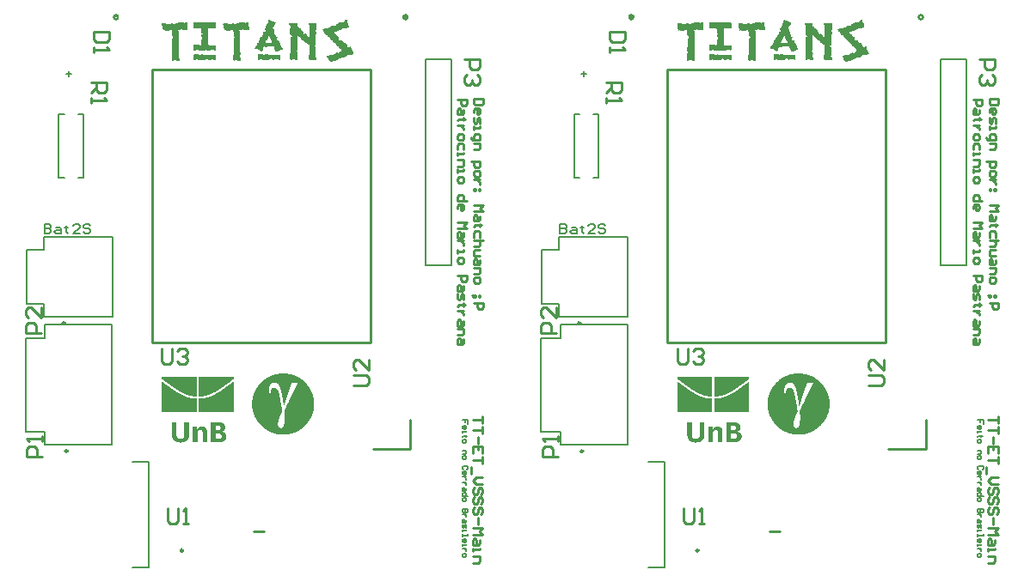
<source format=gbr>
G04*
G04 #@! TF.GenerationSoftware,Altium Limited,Altium Designer,25.0.2 (28)*
G04*
G04 Layer_Color=65535*
%FSLAX44Y44*%
%MOMM*%
G71*
G04*
G04 #@! TF.SameCoordinates,8B6BD92A-2743-4FC7-A306-186CE1EE4446*
G04*
G04*
G04 #@! TF.FilePolarity,Positive*
G04*
G01*
G75*
%ADD35C,0.2540*%
%ADD36C,0.2500*%
%ADD37C,0.2000*%
%ADD38C,0.1540*%
G36*
X744047Y551245D02*
X744701D01*
Y547974D01*
X738814D01*
Y548628D01*
X737505D01*
Y547974D01*
X734889D01*
Y547320D01*
X735543D01*
Y544049D01*
Y543395D01*
Y525733D01*
X736197D01*
Y523116D01*
X735543D01*
Y520500D01*
X736197D01*
Y517883D01*
X732926D01*
Y518537D01*
X730310D01*
Y517883D01*
X729001D01*
Y518537D01*
X728347D01*
Y523116D01*
X729001D01*
Y539470D01*
X729656D01*
Y540124D01*
X730310D01*
Y541432D01*
X729656D01*
Y542086D01*
X729001D01*
Y546665D01*
X728347D01*
Y547974D01*
X726385D01*
Y547320D01*
X721806D01*
Y547974D01*
X720498D01*
Y547320D01*
X719844D01*
Y549936D01*
X719189D01*
Y553207D01*
X718535D01*
Y553861D01*
X719189D01*
Y554515D01*
X723114D01*
Y553861D01*
X727693D01*
Y554515D01*
X729656D01*
Y553861D01*
X732272D01*
Y554515D01*
X734889D01*
Y555169D01*
X740776D01*
Y554515D01*
X741430D01*
Y555169D01*
X742084D01*
Y555824D01*
X744047D01*
Y551245D01*
D02*
G37*
G36*
X683866Y547974D02*
X678633D01*
Y548628D01*
X677324D01*
Y547974D01*
X674708D01*
Y547320D01*
X675362D01*
Y527041D01*
X674708D01*
Y526387D01*
X675362D01*
Y519846D01*
X676016D01*
Y517883D01*
X672745D01*
Y518537D01*
X670129D01*
Y517883D01*
X668166D01*
Y525079D01*
X668821D01*
Y527041D01*
X668166D01*
Y530966D01*
X668821D01*
Y539470D01*
X669475D01*
Y542086D01*
X668821D01*
Y542741D01*
X668166D01*
Y547974D01*
X665550D01*
Y547320D01*
X661625D01*
Y547974D01*
X660317D01*
Y547320D01*
X659663D01*
Y548628D01*
X659008D01*
Y551899D01*
X658354D01*
Y554515D01*
X662933D01*
Y553861D01*
X667512D01*
Y554515D01*
X669475D01*
Y553861D01*
X672091D01*
Y554515D01*
X674708D01*
Y555169D01*
X680595D01*
Y554515D01*
X681249D01*
Y555169D01*
X681903D01*
Y555824D01*
X683866D01*
Y547974D01*
D02*
G37*
G36*
X236527Y551245D02*
X237181D01*
Y547974D01*
X231294D01*
Y548628D01*
X229985D01*
Y547974D01*
X227369D01*
Y547320D01*
X228023D01*
Y544049D01*
Y543395D01*
Y525733D01*
X228677D01*
Y523116D01*
X228023D01*
Y520500D01*
X228677D01*
Y517883D01*
X225406D01*
Y518537D01*
X222790D01*
Y517883D01*
X221481D01*
Y518537D01*
X220827D01*
Y523116D01*
X221481D01*
Y539470D01*
X222136D01*
Y540124D01*
X222790D01*
Y541432D01*
X222136D01*
Y542086D01*
X221481D01*
Y546665D01*
X220827D01*
Y547974D01*
X218865D01*
Y547320D01*
X214286D01*
Y547974D01*
X212978D01*
Y547320D01*
X212324D01*
Y549936D01*
X211670D01*
Y553207D01*
X211015D01*
Y553861D01*
X211670D01*
Y554515D01*
X215594D01*
Y553861D01*
X220173D01*
Y554515D01*
X222136D01*
Y553861D01*
X224752D01*
Y554515D01*
X227369D01*
Y555169D01*
X233256D01*
Y554515D01*
X233910D01*
Y555169D01*
X234564D01*
Y555824D01*
X236527D01*
Y551245D01*
D02*
G37*
G36*
X176346Y547974D02*
X171113D01*
Y548628D01*
X169804D01*
Y547974D01*
X167188D01*
Y547320D01*
X167842D01*
Y527041D01*
X167188D01*
Y526387D01*
X167842D01*
Y519846D01*
X168496D01*
Y517883D01*
X165225D01*
Y518537D01*
X162609D01*
Y517883D01*
X160646D01*
Y525079D01*
X161301D01*
Y527041D01*
X160646D01*
Y530966D01*
X161301D01*
Y539470D01*
X161955D01*
Y542086D01*
X161301D01*
Y542741D01*
X160646D01*
Y547974D01*
X158030D01*
Y547320D01*
X154105D01*
Y547974D01*
X152797D01*
Y547320D01*
X152143D01*
Y548628D01*
X151489D01*
Y551899D01*
X150834D01*
Y554515D01*
X155413D01*
Y553861D01*
X159992D01*
Y554515D01*
X161955D01*
Y553861D01*
X164571D01*
Y554515D01*
X167188D01*
Y555169D01*
X173075D01*
Y554515D01*
X173729D01*
Y555169D01*
X174383D01*
Y555824D01*
X176346D01*
Y547974D01*
D02*
G37*
G36*
X840206Y557786D02*
X840860D01*
Y555824D01*
X841514D01*
Y554515D01*
X842168D01*
Y552553D01*
X842822D01*
Y550590D01*
X840860D01*
Y549936D01*
X838897D01*
Y549282D01*
X836281D01*
Y548628D01*
X834972D01*
Y547974D01*
X833010D01*
Y547320D01*
X831048D01*
Y546665D01*
X829739D01*
Y546011D01*
X828431D01*
Y544703D01*
X829085D01*
Y544049D01*
X829739D01*
Y543395D01*
X830393D01*
Y542741D01*
X831048D01*
Y542086D01*
X831702D01*
Y541432D01*
X832356D01*
Y540778D01*
X833010D01*
Y538162D01*
X835627D01*
Y537508D01*
X836281D01*
Y536853D01*
X836935D01*
Y536199D01*
X837589D01*
Y535545D01*
X838897D01*
Y534891D01*
X839551D01*
Y534237D01*
X840206D01*
Y533583D01*
X840860D01*
Y532274D01*
X841514D01*
Y530966D01*
X843476D01*
Y531620D01*
X844784D01*
Y530312D01*
X845439D01*
Y528350D01*
X846093D01*
Y527041D01*
X846747D01*
Y525079D01*
X847401D01*
Y524425D01*
X846093D01*
Y523771D01*
X844130D01*
Y523116D01*
X840860D01*
Y522462D01*
X840206D01*
Y521808D01*
X838897D01*
Y521154D01*
X836281D01*
Y520500D01*
X834972D01*
Y519846D01*
X833010D01*
Y519192D01*
X831702D01*
Y518537D01*
X829739D01*
Y517883D01*
X828431D01*
Y517229D01*
X826469D01*
Y516575D01*
X823852D01*
Y517229D01*
X823198D01*
Y518537D01*
X822544D01*
Y519846D01*
X821890D01*
Y521154D01*
X821235D01*
Y522462D01*
X823198D01*
Y523116D01*
X824506D01*
Y523771D01*
X827777D01*
Y524425D01*
X829085D01*
Y525079D01*
X830393D01*
Y525733D01*
X831702D01*
Y525079D01*
X833010D01*
Y525733D01*
X833664D01*
Y527041D01*
X834972D01*
Y529004D01*
X834318D01*
Y529658D01*
X833664D01*
Y530312D01*
X833010D01*
Y530966D01*
X832356D01*
Y531620D01*
X831702D01*
Y532274D01*
X831048D01*
Y532929D01*
X830393D01*
Y533583D01*
X829739D01*
Y534237D01*
X829085D01*
Y534891D01*
X828431D01*
Y535545D01*
X827777D01*
Y536199D01*
X827123D01*
Y536853D01*
X826469D01*
Y537508D01*
X825814D01*
Y538162D01*
X825160D01*
Y538816D01*
X824506D01*
Y539470D01*
X823852D01*
Y540124D01*
X823198D01*
Y540778D01*
X822544D01*
Y541432D01*
X821890D01*
Y542741D01*
X819927D01*
Y543395D01*
X819273D01*
Y544703D01*
X818619D01*
Y546011D01*
X817965D01*
Y546665D01*
X817311D01*
Y547974D01*
X816656D01*
Y548628D01*
X817965D01*
Y549282D01*
X819273D01*
Y549936D01*
X822544D01*
Y550590D01*
X824506D01*
Y551245D01*
X825160D01*
Y551899D01*
X826469D01*
Y552553D01*
X827123D01*
Y551899D01*
X829085D01*
Y552553D01*
X829739D01*
Y553861D01*
X831702D01*
Y554515D01*
X833010D01*
Y555169D01*
X834318D01*
Y555824D01*
X837589D01*
Y556478D01*
X838243D01*
Y557132D01*
X838897D01*
Y557786D01*
X839551D01*
Y558440D01*
X840206D01*
Y557786D01*
D02*
G37*
G36*
X332686D02*
X333340D01*
Y555824D01*
X333994D01*
Y554515D01*
X334648D01*
Y552553D01*
X335302D01*
Y550590D01*
X333340D01*
Y549936D01*
X331377D01*
Y549282D01*
X328761D01*
Y548628D01*
X327452D01*
Y547974D01*
X325490D01*
Y547320D01*
X323528D01*
Y546665D01*
X322219D01*
Y546011D01*
X320911D01*
Y544703D01*
X321565D01*
Y544049D01*
X322219D01*
Y543395D01*
X322873D01*
Y542741D01*
X323528D01*
Y542086D01*
X324182D01*
Y541432D01*
X324836D01*
Y540778D01*
X325490D01*
Y538162D01*
X328107D01*
Y537508D01*
X328761D01*
Y536853D01*
X329415D01*
Y536199D01*
X330069D01*
Y535545D01*
X331377D01*
Y534891D01*
X332031D01*
Y534237D01*
X332686D01*
Y533583D01*
X333340D01*
Y532274D01*
X333994D01*
Y530966D01*
X335956D01*
Y531620D01*
X337265D01*
Y530312D01*
X337919D01*
Y528350D01*
X338573D01*
Y527041D01*
X339227D01*
Y525079D01*
X339881D01*
Y524425D01*
X338573D01*
Y523771D01*
X336610D01*
Y523116D01*
X333340D01*
Y522462D01*
X332686D01*
Y521808D01*
X331377D01*
Y521154D01*
X328761D01*
Y520500D01*
X327452D01*
Y519846D01*
X325490D01*
Y519192D01*
X324182D01*
Y518537D01*
X322219D01*
Y517883D01*
X320911D01*
Y517229D01*
X318949D01*
Y516575D01*
X316332D01*
Y517229D01*
X315678D01*
Y518537D01*
X315024D01*
Y519846D01*
X314370D01*
Y521154D01*
X313715D01*
Y522462D01*
X315678D01*
Y523116D01*
X316986D01*
Y523771D01*
X320257D01*
Y524425D01*
X321565D01*
Y525079D01*
X322873D01*
Y525733D01*
X324182D01*
Y525079D01*
X325490D01*
Y525733D01*
X326144D01*
Y527041D01*
X327452D01*
Y529004D01*
X326798D01*
Y529658D01*
X326144D01*
Y530312D01*
X325490D01*
Y530966D01*
X324836D01*
Y531620D01*
X324182D01*
Y532274D01*
X323528D01*
Y532929D01*
X322873D01*
Y533583D01*
X322219D01*
Y534237D01*
X321565D01*
Y534891D01*
X320911D01*
Y535545D01*
X320257D01*
Y536199D01*
X319603D01*
Y536853D01*
X318949D01*
Y537508D01*
X318294D01*
Y538162D01*
X317640D01*
Y538816D01*
X316986D01*
Y539470D01*
X316332D01*
Y540124D01*
X315678D01*
Y540778D01*
X315024D01*
Y541432D01*
X314370D01*
Y542741D01*
X312407D01*
Y543395D01*
X311753D01*
Y544703D01*
X311099D01*
Y546011D01*
X310445D01*
Y546665D01*
X309791D01*
Y547974D01*
X309137D01*
Y548628D01*
X310445D01*
Y549282D01*
X311753D01*
Y549936D01*
X315024D01*
Y550590D01*
X316986D01*
Y551245D01*
X317640D01*
Y551899D01*
X318949D01*
Y552553D01*
X319603D01*
Y551899D01*
X321565D01*
Y552553D01*
X322219D01*
Y553861D01*
X324182D01*
Y554515D01*
X325490D01*
Y555169D01*
X326798D01*
Y555824D01*
X330069D01*
Y556478D01*
X330723D01*
Y557132D01*
X331377D01*
Y557786D01*
X332031D01*
Y558440D01*
X332686D01*
Y557786D01*
D02*
G37*
G36*
X810769Y547974D02*
X810115D01*
Y546011D01*
X810769D01*
Y544049D01*
X810115D01*
Y532929D01*
X808807D01*
Y531620D01*
X809461D01*
Y530966D01*
X810115D01*
Y522462D01*
X809461D01*
Y521808D01*
X810115D01*
Y521154D01*
X810769D01*
Y518537D01*
X803574D01*
Y519192D01*
X802919D01*
Y523771D01*
X803574D01*
Y533583D01*
X802265D01*
Y534237D01*
X800957D01*
Y534891D01*
X800303D01*
Y535545D01*
X799649D01*
Y536199D01*
X798995D01*
Y536853D01*
X798341D01*
Y537508D01*
X797686D01*
Y538162D01*
X796378D01*
Y538816D01*
X795724D01*
Y539470D01*
X795070D01*
Y540124D01*
X794416D01*
Y540778D01*
X793762D01*
Y541432D01*
X793107D01*
Y542086D01*
X792453D01*
Y542741D01*
X791799D01*
Y527695D01*
X791145D01*
Y527041D01*
X791799D01*
Y525079D01*
X792453D01*
Y524425D01*
X791799D01*
Y520500D01*
X792453D01*
Y518537D01*
X789183D01*
Y519192D01*
X786566D01*
Y518537D01*
X785258D01*
Y519192D01*
X784604D01*
Y525079D01*
X785258D01*
Y540778D01*
X785912D01*
Y541432D01*
X786566D01*
Y542086D01*
X785912D01*
Y542741D01*
X785258D01*
Y543395D01*
X784604D01*
Y549936D01*
X785258D01*
Y551899D01*
X784604D01*
Y553207D01*
X783949D01*
Y554515D01*
X791799D01*
Y551245D01*
X793107D01*
Y550590D01*
X793762D01*
Y549936D01*
X794416D01*
Y549282D01*
X795070D01*
Y548628D01*
X795724D01*
Y547974D01*
X796378D01*
Y547320D01*
X797032D01*
Y546665D01*
X797686D01*
Y544703D01*
X798341D01*
Y544049D01*
X798995D01*
Y544703D01*
X800303D01*
Y544049D01*
X800957D01*
Y542741D01*
X801611D01*
Y542086D01*
X802265D01*
Y541432D01*
X803574D01*
Y553207D01*
X802919D01*
Y554515D01*
X810769D01*
Y547974D01*
D02*
G37*
G36*
X303249D02*
X302595D01*
Y546011D01*
X303249D01*
Y544049D01*
X302595D01*
Y532929D01*
X301287D01*
Y531620D01*
X301941D01*
Y530966D01*
X302595D01*
Y522462D01*
X301941D01*
Y521808D01*
X302595D01*
Y521154D01*
X303249D01*
Y518537D01*
X296054D01*
Y519192D01*
X295399D01*
Y523771D01*
X296054D01*
Y533583D01*
X294745D01*
Y534237D01*
X293437D01*
Y534891D01*
X292783D01*
Y535545D01*
X292129D01*
Y536199D01*
X291475D01*
Y536853D01*
X290821D01*
Y537508D01*
X290166D01*
Y538162D01*
X288858D01*
Y538816D01*
X288204D01*
Y539470D01*
X287550D01*
Y540124D01*
X286896D01*
Y540778D01*
X286241D01*
Y541432D01*
X285587D01*
Y542086D01*
X284933D01*
Y542741D01*
X284279D01*
Y527695D01*
X283625D01*
Y527041D01*
X284279D01*
Y525079D01*
X284933D01*
Y524425D01*
X284279D01*
Y520500D01*
X284933D01*
Y518537D01*
X281663D01*
Y519192D01*
X279046D01*
Y518537D01*
X277738D01*
Y519192D01*
X277083D01*
Y525079D01*
X277738D01*
Y540778D01*
X278392D01*
Y541432D01*
X279046D01*
Y542086D01*
X278392D01*
Y542741D01*
X277738D01*
Y543395D01*
X277083D01*
Y549936D01*
X277738D01*
Y551899D01*
X277083D01*
Y553207D01*
X276429D01*
Y554515D01*
X284279D01*
Y551245D01*
X285587D01*
Y550590D01*
X286241D01*
Y549936D01*
X286896D01*
Y549282D01*
X287550D01*
Y548628D01*
X288204D01*
Y547974D01*
X288858D01*
Y547320D01*
X289512D01*
Y546665D01*
X290166D01*
Y544703D01*
X290821D01*
Y544049D01*
X291475D01*
Y544703D01*
X292783D01*
Y544049D01*
X293437D01*
Y542741D01*
X294091D01*
Y542086D01*
X294745D01*
Y541432D01*
X296054D01*
Y553207D01*
X295399D01*
Y554515D01*
X303249D01*
Y547974D01*
D02*
G37*
G36*
X693678Y555169D02*
X711340D01*
Y554515D01*
X711994D01*
Y549936D01*
X704144D01*
Y533583D01*
X704798D01*
Y532929D01*
X711994D01*
Y528350D01*
X711340D01*
Y527695D01*
X710031D01*
Y528350D01*
X706761D01*
Y527695D01*
X702182D01*
Y528350D01*
X701528D01*
Y527695D01*
X694332D01*
Y528350D01*
X692370D01*
Y527695D01*
X689753D01*
Y533583D01*
X695640D01*
Y532929D01*
X696949D01*
Y533583D01*
X697603D01*
Y538816D01*
X698257D01*
Y540778D01*
X697603D01*
Y543395D01*
X698911D01*
Y544703D01*
X697603D01*
Y548628D01*
X696949D01*
Y549936D01*
X691715D01*
Y549282D01*
X690407D01*
Y549936D01*
X689753D01*
Y550590D01*
Y555169D01*
X690407D01*
Y555824D01*
X693678D01*
Y555169D01*
D02*
G37*
G36*
X186158D02*
X203820D01*
Y554515D01*
X204474D01*
Y549936D01*
X196624D01*
Y533583D01*
X197278D01*
Y532929D01*
X204474D01*
Y528350D01*
X203820D01*
Y527695D01*
X202512D01*
Y528350D01*
X199241D01*
Y527695D01*
X194662D01*
Y528350D01*
X194008D01*
Y527695D01*
X186812D01*
Y528350D01*
X184850D01*
Y527695D01*
X182233D01*
Y533583D01*
X188120D01*
Y532929D01*
X189429D01*
Y533583D01*
X190083D01*
Y538816D01*
X190737D01*
Y540778D01*
X190083D01*
Y543395D01*
X191391D01*
Y544703D01*
X190083D01*
Y548628D01*
X189429D01*
Y549936D01*
X184195D01*
Y549282D01*
X182887D01*
Y549936D01*
X182233D01*
Y550590D01*
Y555169D01*
X182887D01*
Y555824D01*
X186158D01*
Y555169D01*
D02*
G37*
G36*
X764979Y557132D02*
X766942D01*
Y556478D01*
X768904D01*
Y555824D01*
X770212D01*
Y555169D01*
X770867D01*
Y554515D01*
X770212D01*
Y553207D01*
X769558D01*
Y552553D01*
X768904D01*
Y551245D01*
X768250D01*
Y550590D01*
X767596D01*
Y549936D01*
X768250D01*
Y548628D01*
X768904D01*
Y546665D01*
X769558D01*
Y544049D01*
X770212D01*
Y542741D01*
X770867D01*
Y541432D01*
X771521D01*
Y540778D01*
X772175D01*
Y540124D01*
X771521D01*
Y538162D01*
X772829D01*
Y537508D01*
X773483D01*
Y536853D01*
X774137D01*
Y535545D01*
X774791D01*
Y534237D01*
X775446D01*
Y532929D01*
X776100D01*
Y530966D01*
X776754D01*
Y530312D01*
X777408D01*
Y529658D01*
X778062D01*
Y529004D01*
X777408D01*
Y528350D01*
X775446D01*
Y527695D01*
X773483D01*
Y527041D01*
X771521D01*
Y526387D01*
X770867D01*
Y527041D01*
X770212D01*
Y528350D01*
X769558D01*
Y530312D01*
X768904D01*
Y531620D01*
X762363D01*
Y530966D01*
X759746D01*
Y531620D01*
X759092D01*
Y530966D01*
X758438D01*
Y530312D01*
X757784D01*
Y527695D01*
X757130D01*
Y527041D01*
X755821D01*
Y527695D01*
X754513D01*
Y528350D01*
X753205D01*
Y529004D01*
X750588D01*
Y529658D01*
X749934D01*
Y530312D01*
X750588D01*
Y531620D01*
X751242D01*
Y532929D01*
X751897D01*
Y533583D01*
X752551D01*
Y534891D01*
X753205D01*
Y535545D01*
X753859D01*
Y537508D01*
X754513D01*
Y538816D01*
X755167D01*
Y540124D01*
X755821D01*
Y540778D01*
X756476D01*
Y541432D01*
X757130D01*
Y542741D01*
X757784D01*
Y544049D01*
X758438D01*
Y546011D01*
X759746D01*
Y546665D01*
X760400D01*
Y547974D01*
X759746D01*
Y549282D01*
X760400D01*
Y550590D01*
X761055D01*
Y551899D01*
X761709D01*
Y553861D01*
X762363D01*
Y554515D01*
X763017D01*
Y555169D01*
X763671D01*
Y555824D01*
X763017D01*
Y557132D01*
X763671D01*
Y557786D01*
X764979D01*
Y557132D01*
D02*
G37*
G36*
X257459D02*
X259422D01*
Y556478D01*
X261384D01*
Y555824D01*
X262692D01*
Y555169D01*
X263347D01*
Y554515D01*
X262692D01*
Y553207D01*
X262038D01*
Y552553D01*
X261384D01*
Y551245D01*
X260730D01*
Y550590D01*
X260076D01*
Y549936D01*
X260730D01*
Y548628D01*
X261384D01*
Y546665D01*
X262038D01*
Y544049D01*
X262692D01*
Y542741D01*
X263347D01*
Y541432D01*
X264001D01*
Y540778D01*
X264655D01*
Y540124D01*
X264001D01*
Y538162D01*
X265309D01*
Y537508D01*
X265963D01*
Y536853D01*
X266617D01*
Y535545D01*
X267271D01*
Y534237D01*
X267926D01*
Y532929D01*
X268580D01*
Y530966D01*
X269234D01*
Y530312D01*
X269888D01*
Y529658D01*
X270542D01*
Y529004D01*
X269888D01*
Y528350D01*
X267926D01*
Y527695D01*
X265963D01*
Y527041D01*
X264001D01*
Y526387D01*
X263347D01*
Y527041D01*
X262692D01*
Y528350D01*
X262038D01*
Y530312D01*
X261384D01*
Y531620D01*
X254843D01*
Y530966D01*
X252226D01*
Y531620D01*
X251572D01*
Y530966D01*
X250918D01*
Y530312D01*
X250264D01*
Y527695D01*
X249610D01*
Y527041D01*
X248301D01*
Y527695D01*
X246993D01*
Y528350D01*
X245685D01*
Y529004D01*
X243068D01*
Y529658D01*
X242414D01*
Y530312D01*
X243068D01*
Y531620D01*
X243722D01*
Y532929D01*
X244377D01*
Y533583D01*
X245031D01*
Y534891D01*
X245685D01*
Y535545D01*
X246339D01*
Y537508D01*
X246993D01*
Y538816D01*
X247647D01*
Y540124D01*
X248301D01*
Y540778D01*
X248955D01*
Y541432D01*
X249610D01*
Y542741D01*
X250264D01*
Y544049D01*
X250918D01*
Y546011D01*
X252226D01*
Y546665D01*
X252880D01*
Y547974D01*
X252226D01*
Y549282D01*
X252880D01*
Y550590D01*
X253535D01*
Y551899D01*
X254189D01*
Y553861D01*
X254843D01*
Y554515D01*
X255497D01*
Y555169D01*
X256151D01*
Y555824D01*
X255497D01*
Y557132D01*
X256151D01*
Y557786D01*
X257459D01*
Y557132D01*
D02*
G37*
G36*
X763017Y523771D02*
X774791D01*
Y518537D01*
X773483D01*
Y519192D01*
X768904D01*
Y518537D01*
X767596D01*
Y519192D01*
X766942D01*
Y519846D01*
X765633D01*
Y519192D01*
X764325D01*
Y518537D01*
X757130D01*
Y519192D01*
X755167D01*
Y518537D01*
X753205D01*
Y519846D01*
Y520500D01*
Y524425D01*
X758438D01*
Y523771D01*
X759746D01*
Y524425D01*
X763017D01*
Y523771D01*
D02*
G37*
G36*
X698911D02*
X711994D01*
Y518537D01*
X709377D01*
Y519192D01*
X707415D01*
Y518537D01*
X704144D01*
Y519192D01*
X703490D01*
Y519846D01*
X702836D01*
Y519192D01*
X701528D01*
Y518537D01*
X693678D01*
Y519192D01*
X692370D01*
Y518537D01*
X689753D01*
Y520500D01*
Y521154D01*
Y523771D01*
X690407D01*
Y524425D01*
X694986D01*
Y523771D01*
X697603D01*
Y524425D01*
X698911D01*
Y523771D01*
D02*
G37*
G36*
X255497D02*
X267271D01*
Y518537D01*
X265963D01*
Y519192D01*
X261384D01*
Y518537D01*
X260076D01*
Y519192D01*
X259422D01*
Y519846D01*
X258113D01*
Y519192D01*
X256805D01*
Y518537D01*
X249610D01*
Y519192D01*
X247647D01*
Y518537D01*
X245685D01*
Y519846D01*
Y520500D01*
Y524425D01*
X250918D01*
Y523771D01*
X252226D01*
Y524425D01*
X255497D01*
Y523771D01*
D02*
G37*
G36*
X191391D02*
X204474D01*
Y518537D01*
X201857D01*
Y519192D01*
X199895D01*
Y518537D01*
X196624D01*
Y519192D01*
X195970D01*
Y519846D01*
X195316D01*
Y519192D01*
X194008D01*
Y518537D01*
X186158D01*
Y519192D01*
X184850D01*
Y518537D01*
X182233D01*
Y520500D01*
Y521154D01*
Y523771D01*
X182887D01*
Y524425D01*
X187466D01*
Y523771D01*
X190083D01*
Y524425D01*
X191391D01*
Y523771D01*
D02*
G37*
G36*
X729352Y203655D02*
X729076D01*
Y203517D01*
X728938D01*
Y203379D01*
X728800D01*
Y203241D01*
X728523D01*
Y203103D01*
X728385D01*
Y202965D01*
X728109D01*
Y202826D01*
X727971D01*
Y202688D01*
X727832D01*
Y202550D01*
X727556D01*
Y202412D01*
X727418D01*
Y202274D01*
X727280D01*
Y202136D01*
X727003D01*
Y201997D01*
X726865D01*
Y201859D01*
X726589D01*
Y201721D01*
X726450D01*
Y201583D01*
X726312D01*
Y201445D01*
X726036D01*
Y201306D01*
X725898D01*
Y201168D01*
X725621D01*
Y201030D01*
X725483D01*
Y200892D01*
X725345D01*
Y200754D01*
X725069D01*
Y200616D01*
X724930D01*
Y200477D01*
X724792D01*
Y200339D01*
X724516D01*
Y200201D01*
X724378D01*
Y200063D01*
X724101D01*
Y199925D01*
X723963D01*
Y199786D01*
X723825D01*
Y199648D01*
X723549D01*
Y199510D01*
X723410D01*
Y199372D01*
X723272D01*
Y199234D01*
X722996D01*
Y199095D01*
X722858D01*
Y198957D01*
X722581D01*
Y198819D01*
X722443D01*
Y198681D01*
X722305D01*
Y198543D01*
X722029D01*
Y198405D01*
X721890D01*
Y198266D01*
X721752D01*
Y198128D01*
X721476D01*
Y197990D01*
X721338D01*
Y197852D01*
X721199D01*
Y197714D01*
X720923D01*
Y197575D01*
X720785D01*
Y197437D01*
X720508D01*
Y197299D01*
X720370D01*
Y197161D01*
X720232D01*
Y197023D01*
X719956D01*
Y196884D01*
X719818D01*
Y196746D01*
X719541D01*
Y196608D01*
X719403D01*
Y196470D01*
X719265D01*
Y196332D01*
X718988D01*
Y196194D01*
X718850D01*
Y196055D01*
X718574D01*
Y195917D01*
X718436D01*
Y195779D01*
X718298D01*
Y195641D01*
X718021D01*
Y195503D01*
X717883D01*
Y195364D01*
X717607D01*
Y195226D01*
X717468D01*
Y195088D01*
X717330D01*
Y194950D01*
X717054D01*
Y194812D01*
X716916D01*
Y194674D01*
X716639D01*
Y194535D01*
X716501D01*
Y194397D01*
X716363D01*
Y194259D01*
X716087D01*
Y194121D01*
X715948D01*
Y193983D01*
X715672D01*
Y193845D01*
X715534D01*
Y193706D01*
X715258D01*
Y193568D01*
X715119D01*
Y193430D01*
X714843D01*
Y193292D01*
X714705D01*
Y193154D01*
X714428D01*
Y193015D01*
X714152D01*
Y192877D01*
X714014D01*
Y192739D01*
X713737D01*
Y192601D01*
X713599D01*
Y192463D01*
X713323D01*
Y192325D01*
X713047D01*
Y192186D01*
X712908D01*
Y192048D01*
X712632D01*
Y191910D01*
X712356D01*
Y191772D01*
X712217D01*
Y191634D01*
X711941D01*
Y191495D01*
X711665D01*
Y191357D01*
X711388D01*
Y191219D01*
X711250D01*
Y191081D01*
X710974D01*
Y190943D01*
X710697D01*
Y190805D01*
X710421D01*
Y190666D01*
X710145D01*
Y190528D01*
X709868D01*
Y190390D01*
X709592D01*
Y190252D01*
X709316D01*
Y190114D01*
X709039D01*
Y189975D01*
X708763D01*
Y189837D01*
X708487D01*
Y189699D01*
X708210D01*
Y189561D01*
X707934D01*
Y189423D01*
X707657D01*
Y189284D01*
X707381D01*
Y189146D01*
X707105D01*
Y189008D01*
X706828D01*
Y188870D01*
X706414D01*
Y188732D01*
X706137D01*
Y188594D01*
X705861D01*
Y188455D01*
X705446D01*
Y188317D01*
X705170D01*
Y188179D01*
X704756D01*
Y188041D01*
X704341D01*
Y187903D01*
X703926D01*
Y187764D01*
X703512D01*
Y187626D01*
X703097D01*
Y187488D01*
X702545D01*
Y187350D01*
X701992D01*
Y187212D01*
X701301D01*
Y187073D01*
X700334D01*
Y186935D01*
X699366D01*
Y186797D01*
X697570D01*
Y186659D01*
X694945D01*
Y206281D01*
X729352D01*
Y203655D01*
D02*
G37*
G36*
X693010Y186659D02*
X690246D01*
Y186797D01*
X688588D01*
Y186935D01*
X687483D01*
Y187073D01*
X686654D01*
Y187212D01*
X685963D01*
Y187350D01*
X685410D01*
Y187488D01*
X684857D01*
Y187626D01*
X684443D01*
Y187764D01*
X683890D01*
Y187903D01*
X683475D01*
Y188041D01*
X683061D01*
Y188179D01*
X682784D01*
Y188317D01*
X682370D01*
Y188455D01*
X682094D01*
Y188594D01*
X681817D01*
Y188732D01*
X681403D01*
Y188870D01*
X681126D01*
Y189008D01*
X680850D01*
Y189146D01*
X680574D01*
Y189284D01*
X680297D01*
Y189423D01*
X679883D01*
Y189561D01*
X679606D01*
Y189699D01*
X679330D01*
Y189837D01*
X679053D01*
Y189975D01*
X678777D01*
Y190114D01*
X678501D01*
Y190252D01*
X678224D01*
Y190390D01*
X677948D01*
Y190528D01*
X677810D01*
Y190666D01*
X677533D01*
Y190805D01*
X677257D01*
Y190943D01*
X676981D01*
Y191081D01*
X676704D01*
Y191219D01*
X676566D01*
Y191357D01*
X676290D01*
Y191495D01*
X676013D01*
Y191634D01*
X675737D01*
Y191772D01*
X675461D01*
Y191910D01*
X675322D01*
Y192048D01*
X675046D01*
Y192186D01*
X674770D01*
Y192325D01*
X674632D01*
Y192463D01*
X674355D01*
Y192601D01*
X674079D01*
Y192739D01*
X673941D01*
Y192877D01*
X673664D01*
Y193015D01*
X673526D01*
Y193154D01*
X673250D01*
Y193292D01*
X673112D01*
Y193430D01*
X672835D01*
Y193568D01*
X672697D01*
Y193706D01*
X672421D01*
Y193845D01*
X672282D01*
Y193983D01*
X672006D01*
Y194121D01*
X671868D01*
Y194259D01*
X671591D01*
Y194397D01*
X671453D01*
Y194535D01*
X671177D01*
Y194674D01*
X671039D01*
Y194812D01*
X670762D01*
Y194950D01*
X670624D01*
Y195088D01*
X670486D01*
Y195226D01*
X670210D01*
Y195364D01*
X670071D01*
Y195503D01*
X669795D01*
Y195641D01*
X669657D01*
Y195779D01*
X669519D01*
Y195917D01*
X669242D01*
Y196055D01*
X669104D01*
Y196194D01*
X668966D01*
Y196332D01*
X668690D01*
Y196470D01*
X668551D01*
Y196608D01*
X668275D01*
Y196746D01*
X668137D01*
Y196884D01*
X667999D01*
Y197023D01*
X667722D01*
Y197161D01*
X667584D01*
Y197299D01*
X667446D01*
Y197437D01*
X667170D01*
Y197575D01*
X667031D01*
Y197714D01*
X666755D01*
Y197852D01*
X666617D01*
Y197990D01*
X666341D01*
Y198128D01*
X666202D01*
Y198266D01*
X666064D01*
Y198405D01*
X665788D01*
Y198543D01*
X665650D01*
Y198681D01*
X665511D01*
Y198819D01*
X665235D01*
Y198957D01*
X665097D01*
Y199095D01*
X664959D01*
Y199234D01*
X664682D01*
Y199372D01*
X664544D01*
Y199510D01*
X664268D01*
Y199648D01*
X664130D01*
Y199786D01*
X663991D01*
Y199925D01*
X663715D01*
Y200063D01*
X663577D01*
Y200201D01*
X663300D01*
Y200339D01*
X663162D01*
Y200477D01*
X663024D01*
Y200616D01*
X662748D01*
Y200754D01*
X662610D01*
Y200892D01*
X662471D01*
Y201030D01*
X662195D01*
Y201168D01*
X662057D01*
Y201306D01*
X661919D01*
Y201445D01*
X661642D01*
Y201583D01*
X661504D01*
Y201721D01*
X661228D01*
Y201859D01*
X661090D01*
Y201997D01*
X660951D01*
Y202136D01*
X660675D01*
Y202274D01*
X660537D01*
Y202412D01*
X660399D01*
Y202550D01*
X660122D01*
Y202688D01*
X659984D01*
Y202826D01*
X659708D01*
Y202965D01*
X659570D01*
Y203103D01*
X659293D01*
Y203241D01*
X659155D01*
Y203379D01*
X659017D01*
Y203517D01*
X658740D01*
Y203655D01*
X658602D01*
Y206281D01*
X693010D01*
Y186659D01*
D02*
G37*
G36*
X221832Y203655D02*
X221556D01*
Y203517D01*
X221418D01*
Y203379D01*
X221280D01*
Y203241D01*
X221003D01*
Y203103D01*
X220865D01*
Y202965D01*
X220589D01*
Y202826D01*
X220450D01*
Y202688D01*
X220312D01*
Y202550D01*
X220036D01*
Y202412D01*
X219898D01*
Y202274D01*
X219760D01*
Y202136D01*
X219483D01*
Y201997D01*
X219345D01*
Y201859D01*
X219069D01*
Y201721D01*
X218930D01*
Y201583D01*
X218792D01*
Y201445D01*
X218516D01*
Y201306D01*
X218378D01*
Y201168D01*
X218101D01*
Y201030D01*
X217963D01*
Y200892D01*
X217825D01*
Y200754D01*
X217549D01*
Y200616D01*
X217410D01*
Y200477D01*
X217272D01*
Y200339D01*
X216996D01*
Y200201D01*
X216858D01*
Y200063D01*
X216581D01*
Y199925D01*
X216443D01*
Y199786D01*
X216305D01*
Y199648D01*
X216029D01*
Y199510D01*
X215890D01*
Y199372D01*
X215752D01*
Y199234D01*
X215476D01*
Y199095D01*
X215338D01*
Y198957D01*
X215061D01*
Y198819D01*
X214923D01*
Y198681D01*
X214785D01*
Y198543D01*
X214509D01*
Y198405D01*
X214370D01*
Y198266D01*
X214232D01*
Y198128D01*
X213956D01*
Y197990D01*
X213818D01*
Y197852D01*
X213680D01*
Y197714D01*
X213403D01*
Y197575D01*
X213265D01*
Y197437D01*
X212989D01*
Y197299D01*
X212850D01*
Y197161D01*
X212712D01*
Y197023D01*
X212436D01*
Y196884D01*
X212298D01*
Y196746D01*
X212021D01*
Y196608D01*
X211883D01*
Y196470D01*
X211745D01*
Y196332D01*
X211469D01*
Y196194D01*
X211330D01*
Y196055D01*
X211054D01*
Y195917D01*
X210916D01*
Y195779D01*
X210778D01*
Y195641D01*
X210501D01*
Y195503D01*
X210363D01*
Y195364D01*
X210087D01*
Y195226D01*
X209949D01*
Y195088D01*
X209810D01*
Y194950D01*
X209534D01*
Y194812D01*
X209396D01*
Y194674D01*
X209119D01*
Y194535D01*
X208981D01*
Y194397D01*
X208843D01*
Y194259D01*
X208567D01*
Y194121D01*
X208428D01*
Y193983D01*
X208152D01*
Y193845D01*
X208014D01*
Y193706D01*
X207738D01*
Y193568D01*
X207599D01*
Y193430D01*
X207323D01*
Y193292D01*
X207185D01*
Y193154D01*
X206908D01*
Y193015D01*
X206632D01*
Y192877D01*
X206494D01*
Y192739D01*
X206217D01*
Y192601D01*
X206079D01*
Y192463D01*
X205803D01*
Y192325D01*
X205527D01*
Y192186D01*
X205388D01*
Y192048D01*
X205112D01*
Y191910D01*
X204836D01*
Y191772D01*
X204697D01*
Y191634D01*
X204421D01*
Y191495D01*
X204145D01*
Y191357D01*
X203868D01*
Y191219D01*
X203730D01*
Y191081D01*
X203454D01*
Y190943D01*
X203178D01*
Y190805D01*
X202901D01*
Y190666D01*
X202625D01*
Y190528D01*
X202348D01*
Y190390D01*
X202072D01*
Y190252D01*
X201796D01*
Y190114D01*
X201519D01*
Y189975D01*
X201243D01*
Y189837D01*
X200967D01*
Y189699D01*
X200690D01*
Y189561D01*
X200414D01*
Y189423D01*
X200138D01*
Y189284D01*
X199861D01*
Y189146D01*
X199585D01*
Y189008D01*
X199308D01*
Y188870D01*
X198894D01*
Y188732D01*
X198617D01*
Y188594D01*
X198341D01*
Y188455D01*
X197927D01*
Y188317D01*
X197650D01*
Y188179D01*
X197236D01*
Y188041D01*
X196821D01*
Y187903D01*
X196406D01*
Y187764D01*
X195992D01*
Y187626D01*
X195577D01*
Y187488D01*
X195025D01*
Y187350D01*
X194472D01*
Y187212D01*
X193781D01*
Y187073D01*
X192814D01*
Y186935D01*
X191847D01*
Y186797D01*
X190050D01*
Y186659D01*
X187425D01*
Y206281D01*
X221832D01*
Y203655D01*
D02*
G37*
G36*
X185490Y186659D02*
X182726D01*
Y186797D01*
X181068D01*
Y186935D01*
X179963D01*
Y187073D01*
X179134D01*
Y187212D01*
X178443D01*
Y187350D01*
X177890D01*
Y187488D01*
X177337D01*
Y187626D01*
X176923D01*
Y187764D01*
X176370D01*
Y187903D01*
X175955D01*
Y188041D01*
X175541D01*
Y188179D01*
X175264D01*
Y188317D01*
X174850D01*
Y188455D01*
X174573D01*
Y188594D01*
X174297D01*
Y188732D01*
X173883D01*
Y188870D01*
X173606D01*
Y189008D01*
X173330D01*
Y189146D01*
X173053D01*
Y189284D01*
X172777D01*
Y189423D01*
X172363D01*
Y189561D01*
X172086D01*
Y189699D01*
X171810D01*
Y189837D01*
X171534D01*
Y189975D01*
X171257D01*
Y190114D01*
X170981D01*
Y190252D01*
X170704D01*
Y190390D01*
X170428D01*
Y190528D01*
X170290D01*
Y190666D01*
X170014D01*
Y190805D01*
X169737D01*
Y190943D01*
X169461D01*
Y191081D01*
X169184D01*
Y191219D01*
X169046D01*
Y191357D01*
X168770D01*
Y191495D01*
X168493D01*
Y191634D01*
X168217D01*
Y191772D01*
X167941D01*
Y191910D01*
X167803D01*
Y192048D01*
X167526D01*
Y192186D01*
X167250D01*
Y192325D01*
X167112D01*
Y192463D01*
X166835D01*
Y192601D01*
X166559D01*
Y192739D01*
X166421D01*
Y192877D01*
X166144D01*
Y193015D01*
X166006D01*
Y193154D01*
X165730D01*
Y193292D01*
X165592D01*
Y193430D01*
X165315D01*
Y193568D01*
X165177D01*
Y193706D01*
X164901D01*
Y193845D01*
X164762D01*
Y193983D01*
X164486D01*
Y194121D01*
X164348D01*
Y194259D01*
X164072D01*
Y194397D01*
X163933D01*
Y194535D01*
X163657D01*
Y194674D01*
X163519D01*
Y194812D01*
X163242D01*
Y194950D01*
X163104D01*
Y195088D01*
X162966D01*
Y195226D01*
X162690D01*
Y195364D01*
X162551D01*
Y195503D01*
X162275D01*
Y195641D01*
X162137D01*
Y195779D01*
X161999D01*
Y195917D01*
X161722D01*
Y196055D01*
X161584D01*
Y196194D01*
X161446D01*
Y196332D01*
X161170D01*
Y196470D01*
X161031D01*
Y196608D01*
X160755D01*
Y196746D01*
X160617D01*
Y196884D01*
X160479D01*
Y197023D01*
X160202D01*
Y197161D01*
X160064D01*
Y197299D01*
X159926D01*
Y197437D01*
X159650D01*
Y197575D01*
X159511D01*
Y197714D01*
X159235D01*
Y197852D01*
X159097D01*
Y197990D01*
X158821D01*
Y198128D01*
X158682D01*
Y198266D01*
X158544D01*
Y198405D01*
X158268D01*
Y198543D01*
X158130D01*
Y198681D01*
X157992D01*
Y198819D01*
X157715D01*
Y198957D01*
X157577D01*
Y199095D01*
X157439D01*
Y199234D01*
X157162D01*
Y199372D01*
X157024D01*
Y199510D01*
X156748D01*
Y199648D01*
X156610D01*
Y199786D01*
X156472D01*
Y199925D01*
X156195D01*
Y200063D01*
X156057D01*
Y200201D01*
X155780D01*
Y200339D01*
X155642D01*
Y200477D01*
X155504D01*
Y200616D01*
X155228D01*
Y200754D01*
X155090D01*
Y200892D01*
X154951D01*
Y201030D01*
X154675D01*
Y201168D01*
X154537D01*
Y201306D01*
X154399D01*
Y201445D01*
X154122D01*
Y201583D01*
X153984D01*
Y201721D01*
X153708D01*
Y201859D01*
X153570D01*
Y201997D01*
X153431D01*
Y202136D01*
X153155D01*
Y202274D01*
X153017D01*
Y202412D01*
X152879D01*
Y202550D01*
X152602D01*
Y202688D01*
X152464D01*
Y202826D01*
X152188D01*
Y202965D01*
X152050D01*
Y203103D01*
X151773D01*
Y203241D01*
X151635D01*
Y203379D01*
X151497D01*
Y203517D01*
X151221D01*
Y203655D01*
X151082D01*
Y206281D01*
X185490D01*
Y186659D01*
D02*
G37*
G36*
X729352Y170906D02*
X694945D01*
Y184586D01*
X696465D01*
Y184724D01*
X698814D01*
Y184863D01*
X700057D01*
Y185001D01*
X701025D01*
Y185139D01*
X701716D01*
Y185277D01*
X702406D01*
Y185415D01*
X702959D01*
Y185553D01*
X703512D01*
Y185692D01*
X704065D01*
Y185830D01*
X704479D01*
Y185968D01*
X704894D01*
Y186106D01*
X705308D01*
Y186244D01*
X705585D01*
Y186383D01*
X705999D01*
Y186521D01*
X706414D01*
Y186659D01*
X706690D01*
Y186797D01*
X706967D01*
Y186935D01*
X707243D01*
Y187073D01*
X707657D01*
Y187212D01*
X707934D01*
Y187350D01*
X708210D01*
Y187488D01*
X708487D01*
Y187626D01*
X708763D01*
Y187764D01*
X709039D01*
Y187903D01*
X709454D01*
Y188041D01*
X709592D01*
Y188179D01*
X709868D01*
Y188317D01*
X710283D01*
Y188455D01*
X710421D01*
Y188594D01*
X710697D01*
Y188732D01*
X710974D01*
Y188870D01*
X711250D01*
Y189008D01*
X711527D01*
Y189146D01*
X711803D01*
Y189284D01*
X711941D01*
Y189423D01*
X712217D01*
Y189561D01*
X712494D01*
Y189699D01*
X712770D01*
Y189837D01*
X713047D01*
Y189975D01*
X713185D01*
Y190114D01*
X713461D01*
Y190252D01*
X713737D01*
Y190390D01*
X713876D01*
Y190528D01*
X714152D01*
Y190666D01*
X714428D01*
Y190805D01*
X714567D01*
Y190943D01*
X714843D01*
Y191081D01*
X715119D01*
Y191219D01*
X715258D01*
Y191357D01*
X715534D01*
Y191495D01*
X715672D01*
Y191634D01*
X715948D01*
Y191772D01*
X716225D01*
Y191910D01*
X716363D01*
Y192048D01*
X716501D01*
Y192186D01*
X716778D01*
Y192325D01*
X717054D01*
Y192463D01*
X717192D01*
Y192601D01*
X717468D01*
Y192739D01*
X717607D01*
Y192877D01*
X717745D01*
Y193015D01*
X718021D01*
Y193154D01*
X718159D01*
Y193292D01*
X718436D01*
Y193430D01*
X718574D01*
Y193568D01*
X718712D01*
Y193706D01*
X718988D01*
Y193845D01*
X719127D01*
Y193983D01*
X719403D01*
Y194121D01*
X719541D01*
Y194259D01*
X719679D01*
Y194397D01*
X719956D01*
Y194535D01*
X720094D01*
Y194674D01*
X720232D01*
Y194812D01*
X720508D01*
Y194950D01*
X720647D01*
Y195088D01*
X720923D01*
Y195226D01*
X721061D01*
Y195364D01*
X721199D01*
Y195503D01*
X721476D01*
Y195641D01*
X721614D01*
Y195779D01*
X721752D01*
Y195917D01*
X722029D01*
Y196055D01*
X722167D01*
Y196194D01*
X722443D01*
Y196332D01*
X722581D01*
Y196470D01*
X722719D01*
Y196608D01*
X722996D01*
Y196746D01*
X723134D01*
Y196884D01*
X723272D01*
Y197023D01*
X723549D01*
Y197161D01*
X723687D01*
Y197299D01*
X723963D01*
Y197437D01*
X724101D01*
Y197575D01*
X724240D01*
Y197714D01*
X724516D01*
Y197852D01*
X724654D01*
Y197990D01*
X724930D01*
Y198128D01*
X725069D01*
Y198266D01*
X725207D01*
Y198405D01*
X725483D01*
Y198543D01*
X725621D01*
Y198681D01*
X725760D01*
Y198819D01*
X726036D01*
Y198957D01*
X726174D01*
Y199095D01*
X726450D01*
Y199234D01*
X726589D01*
Y199372D01*
X726727D01*
Y199510D01*
X727003D01*
Y199648D01*
X727141D01*
Y199786D01*
X727418D01*
Y199925D01*
X727556D01*
Y200063D01*
X727694D01*
Y200201D01*
X727971D01*
Y200339D01*
X728109D01*
Y200477D01*
X728247D01*
Y200616D01*
X728523D01*
Y200754D01*
X728661D01*
Y200892D01*
X728938D01*
Y201030D01*
X729076D01*
Y201168D01*
X729352D01*
Y170906D01*
D02*
G37*
G36*
X658879Y201030D02*
X659017D01*
Y200892D01*
X659155D01*
Y200754D01*
X659431D01*
Y200616D01*
X659570D01*
Y200477D01*
X659846D01*
Y200339D01*
X659984D01*
Y200201D01*
X660260D01*
Y200063D01*
X660399D01*
Y199925D01*
X660537D01*
Y199786D01*
X660813D01*
Y199648D01*
X660951D01*
Y199510D01*
X661090D01*
Y199372D01*
X661366D01*
Y199234D01*
X661504D01*
Y199095D01*
X661780D01*
Y198957D01*
X661919D01*
Y198819D01*
X662057D01*
Y198681D01*
X662333D01*
Y198543D01*
X662471D01*
Y198405D01*
X662610D01*
Y198266D01*
X662886D01*
Y198128D01*
X663024D01*
Y197990D01*
X663300D01*
Y197852D01*
X663439D01*
Y197714D01*
X663577D01*
Y197575D01*
X663853D01*
Y197437D01*
X663991D01*
Y197299D01*
X664268D01*
Y197161D01*
X664406D01*
Y197023D01*
X664544D01*
Y196884D01*
X664820D01*
Y196746D01*
X664959D01*
Y196608D01*
X665097D01*
Y196470D01*
X665373D01*
Y196332D01*
X665511D01*
Y196194D01*
X665788D01*
Y196055D01*
X665926D01*
Y195917D01*
X666064D01*
Y195779D01*
X666341D01*
Y195641D01*
X666479D01*
Y195503D01*
X666617D01*
Y195364D01*
X666893D01*
Y195226D01*
X667031D01*
Y195088D01*
X667308D01*
Y194950D01*
X667446D01*
Y194812D01*
X667584D01*
Y194674D01*
X667861D01*
Y194535D01*
X667999D01*
Y194397D01*
X668137D01*
Y194259D01*
X668413D01*
Y194121D01*
X668551D01*
Y193983D01*
X668828D01*
Y193845D01*
X668966D01*
Y193706D01*
X669104D01*
Y193568D01*
X669381D01*
Y193430D01*
X669519D01*
Y193292D01*
X669795D01*
Y193154D01*
X669933D01*
Y193015D01*
X670071D01*
Y192877D01*
X670348D01*
Y192739D01*
X670486D01*
Y192601D01*
X670762D01*
Y192463D01*
X670901D01*
Y192325D01*
X671177D01*
Y192186D01*
X671315D01*
Y192048D01*
X671591D01*
Y191910D01*
X671730D01*
Y191772D01*
X672006D01*
Y191634D01*
X672144D01*
Y191495D01*
X672421D01*
Y191357D01*
X672697D01*
Y191219D01*
X672835D01*
Y191081D01*
X673112D01*
Y190943D01*
X673250D01*
Y190805D01*
X673526D01*
Y190666D01*
X673802D01*
Y190528D01*
X673941D01*
Y190390D01*
X674217D01*
Y190252D01*
X674493D01*
Y190114D01*
X674770D01*
Y189975D01*
X674908D01*
Y189837D01*
X675184D01*
Y189699D01*
X675461D01*
Y189561D01*
X675737D01*
Y189423D01*
X675875D01*
Y189284D01*
X676152D01*
Y189146D01*
X676428D01*
Y189008D01*
X676704D01*
Y188870D01*
X676981D01*
Y188732D01*
X677119D01*
Y188594D01*
X677533D01*
Y188455D01*
X677672D01*
Y188317D01*
X677948D01*
Y188179D01*
X678224D01*
Y188041D01*
X678501D01*
Y187903D01*
X678915D01*
Y187764D01*
X679053D01*
Y187626D01*
X679330D01*
Y187488D01*
X679744D01*
Y187350D01*
X680021D01*
Y187212D01*
X680297D01*
Y187073D01*
X680574D01*
Y186935D01*
X680850D01*
Y186797D01*
X681264D01*
Y186659D01*
X681541D01*
Y186521D01*
X681955D01*
Y186383D01*
X682232D01*
Y186244D01*
X682646D01*
Y186106D01*
X683061D01*
Y185968D01*
X683475D01*
Y185830D01*
X683890D01*
Y185692D01*
X684443D01*
Y185553D01*
X684857D01*
Y185415D01*
X685548D01*
Y185277D01*
X686101D01*
Y185139D01*
X686930D01*
Y185001D01*
X687897D01*
Y184863D01*
X689141D01*
Y184724D01*
X690937D01*
Y184586D01*
X691075D01*
Y184724D01*
X691352D01*
Y184586D01*
X692872D01*
Y170906D01*
X658602D01*
Y201168D01*
X658879D01*
Y201030D01*
D02*
G37*
G36*
X221832Y170906D02*
X187425D01*
Y184586D01*
X188945D01*
Y184724D01*
X191294D01*
Y184863D01*
X192537D01*
Y185001D01*
X193505D01*
Y185139D01*
X194196D01*
Y185277D01*
X194886D01*
Y185415D01*
X195439D01*
Y185553D01*
X195992D01*
Y185692D01*
X196545D01*
Y185830D01*
X196959D01*
Y185968D01*
X197374D01*
Y186106D01*
X197788D01*
Y186244D01*
X198065D01*
Y186383D01*
X198479D01*
Y186521D01*
X198894D01*
Y186659D01*
X199170D01*
Y186797D01*
X199447D01*
Y186935D01*
X199723D01*
Y187073D01*
X200138D01*
Y187212D01*
X200414D01*
Y187350D01*
X200690D01*
Y187488D01*
X200967D01*
Y187626D01*
X201243D01*
Y187764D01*
X201519D01*
Y187903D01*
X201934D01*
Y188041D01*
X202072D01*
Y188179D01*
X202348D01*
Y188317D01*
X202763D01*
Y188455D01*
X202901D01*
Y188594D01*
X203178D01*
Y188732D01*
X203454D01*
Y188870D01*
X203730D01*
Y189008D01*
X204007D01*
Y189146D01*
X204283D01*
Y189284D01*
X204421D01*
Y189423D01*
X204697D01*
Y189561D01*
X204974D01*
Y189699D01*
X205250D01*
Y189837D01*
X205527D01*
Y189975D01*
X205665D01*
Y190114D01*
X205941D01*
Y190252D01*
X206217D01*
Y190390D01*
X206356D01*
Y190528D01*
X206632D01*
Y190666D01*
X206908D01*
Y190805D01*
X207047D01*
Y190943D01*
X207323D01*
Y191081D01*
X207599D01*
Y191219D01*
X207738D01*
Y191357D01*
X208014D01*
Y191495D01*
X208152D01*
Y191634D01*
X208428D01*
Y191772D01*
X208705D01*
Y191910D01*
X208843D01*
Y192048D01*
X208981D01*
Y192186D01*
X209258D01*
Y192325D01*
X209534D01*
Y192463D01*
X209672D01*
Y192601D01*
X209949D01*
Y192739D01*
X210087D01*
Y192877D01*
X210225D01*
Y193015D01*
X210501D01*
Y193154D01*
X210639D01*
Y193292D01*
X210916D01*
Y193430D01*
X211054D01*
Y193568D01*
X211192D01*
Y193706D01*
X211469D01*
Y193845D01*
X211607D01*
Y193983D01*
X211883D01*
Y194121D01*
X212021D01*
Y194259D01*
X212159D01*
Y194397D01*
X212436D01*
Y194535D01*
X212574D01*
Y194674D01*
X212712D01*
Y194812D01*
X212989D01*
Y194950D01*
X213127D01*
Y195088D01*
X213403D01*
Y195226D01*
X213541D01*
Y195364D01*
X213680D01*
Y195503D01*
X213956D01*
Y195641D01*
X214094D01*
Y195779D01*
X214232D01*
Y195917D01*
X214509D01*
Y196055D01*
X214647D01*
Y196194D01*
X214923D01*
Y196332D01*
X215061D01*
Y196470D01*
X215200D01*
Y196608D01*
X215476D01*
Y196746D01*
X215614D01*
Y196884D01*
X215752D01*
Y197023D01*
X216029D01*
Y197161D01*
X216167D01*
Y197299D01*
X216443D01*
Y197437D01*
X216581D01*
Y197575D01*
X216719D01*
Y197714D01*
X216996D01*
Y197852D01*
X217134D01*
Y197990D01*
X217410D01*
Y198128D01*
X217549D01*
Y198266D01*
X217687D01*
Y198405D01*
X217963D01*
Y198543D01*
X218101D01*
Y198681D01*
X218239D01*
Y198819D01*
X218516D01*
Y198957D01*
X218654D01*
Y199095D01*
X218930D01*
Y199234D01*
X219069D01*
Y199372D01*
X219207D01*
Y199510D01*
X219483D01*
Y199648D01*
X219621D01*
Y199786D01*
X219898D01*
Y199925D01*
X220036D01*
Y200063D01*
X220174D01*
Y200201D01*
X220450D01*
Y200339D01*
X220589D01*
Y200477D01*
X220727D01*
Y200616D01*
X221003D01*
Y200754D01*
X221141D01*
Y200892D01*
X221418D01*
Y201030D01*
X221556D01*
Y201168D01*
X221832D01*
Y170906D01*
D02*
G37*
G36*
X151359Y201030D02*
X151497D01*
Y200892D01*
X151635D01*
Y200754D01*
X151911D01*
Y200616D01*
X152050D01*
Y200477D01*
X152326D01*
Y200339D01*
X152464D01*
Y200201D01*
X152740D01*
Y200063D01*
X152879D01*
Y199925D01*
X153017D01*
Y199786D01*
X153293D01*
Y199648D01*
X153431D01*
Y199510D01*
X153570D01*
Y199372D01*
X153846D01*
Y199234D01*
X153984D01*
Y199095D01*
X154261D01*
Y198957D01*
X154399D01*
Y198819D01*
X154537D01*
Y198681D01*
X154813D01*
Y198543D01*
X154951D01*
Y198405D01*
X155090D01*
Y198266D01*
X155366D01*
Y198128D01*
X155504D01*
Y197990D01*
X155780D01*
Y197852D01*
X155919D01*
Y197714D01*
X156057D01*
Y197575D01*
X156333D01*
Y197437D01*
X156472D01*
Y197299D01*
X156748D01*
Y197161D01*
X156886D01*
Y197023D01*
X157024D01*
Y196884D01*
X157301D01*
Y196746D01*
X157439D01*
Y196608D01*
X157577D01*
Y196470D01*
X157853D01*
Y196332D01*
X157992D01*
Y196194D01*
X158268D01*
Y196055D01*
X158406D01*
Y195917D01*
X158544D01*
Y195779D01*
X158821D01*
Y195641D01*
X158959D01*
Y195503D01*
X159097D01*
Y195364D01*
X159373D01*
Y195226D01*
X159511D01*
Y195088D01*
X159788D01*
Y194950D01*
X159926D01*
Y194812D01*
X160064D01*
Y194674D01*
X160341D01*
Y194535D01*
X160479D01*
Y194397D01*
X160617D01*
Y194259D01*
X160893D01*
Y194121D01*
X161031D01*
Y193983D01*
X161308D01*
Y193845D01*
X161446D01*
Y193706D01*
X161584D01*
Y193568D01*
X161861D01*
Y193430D01*
X161999D01*
Y193292D01*
X162275D01*
Y193154D01*
X162413D01*
Y193015D01*
X162551D01*
Y192877D01*
X162828D01*
Y192739D01*
X162966D01*
Y192601D01*
X163242D01*
Y192463D01*
X163381D01*
Y192325D01*
X163657D01*
Y192186D01*
X163795D01*
Y192048D01*
X164072D01*
Y191910D01*
X164210D01*
Y191772D01*
X164486D01*
Y191634D01*
X164624D01*
Y191495D01*
X164901D01*
Y191357D01*
X165177D01*
Y191219D01*
X165315D01*
Y191081D01*
X165592D01*
Y190943D01*
X165730D01*
Y190805D01*
X166006D01*
Y190666D01*
X166283D01*
Y190528D01*
X166421D01*
Y190390D01*
X166697D01*
Y190252D01*
X166973D01*
Y190114D01*
X167250D01*
Y189975D01*
X167388D01*
Y189837D01*
X167664D01*
Y189699D01*
X167941D01*
Y189561D01*
X168217D01*
Y189423D01*
X168355D01*
Y189284D01*
X168632D01*
Y189146D01*
X168908D01*
Y189008D01*
X169184D01*
Y188870D01*
X169461D01*
Y188732D01*
X169599D01*
Y188594D01*
X170014D01*
Y188455D01*
X170152D01*
Y188317D01*
X170428D01*
Y188179D01*
X170704D01*
Y188041D01*
X170981D01*
Y187903D01*
X171395D01*
Y187764D01*
X171534D01*
Y187626D01*
X171810D01*
Y187488D01*
X172224D01*
Y187350D01*
X172501D01*
Y187212D01*
X172777D01*
Y187073D01*
X173053D01*
Y186935D01*
X173330D01*
Y186797D01*
X173744D01*
Y186659D01*
X174021D01*
Y186521D01*
X174435D01*
Y186383D01*
X174712D01*
Y186244D01*
X175126D01*
Y186106D01*
X175541D01*
Y185968D01*
X175955D01*
Y185830D01*
X176370D01*
Y185692D01*
X176923D01*
Y185553D01*
X177337D01*
Y185415D01*
X178028D01*
Y185277D01*
X178581D01*
Y185139D01*
X179410D01*
Y185001D01*
X180377D01*
Y184863D01*
X181621D01*
Y184724D01*
X183417D01*
Y184586D01*
X183555D01*
Y184724D01*
X183832D01*
Y184586D01*
X185352D01*
Y170906D01*
X151082D01*
Y201168D01*
X151359D01*
Y201030D01*
D02*
G37*
G36*
X698814Y156673D02*
X699781D01*
Y156535D01*
X700196D01*
Y156397D01*
X700610D01*
Y156259D01*
X700887D01*
Y156120D01*
X701025D01*
Y155982D01*
X701301D01*
Y155844D01*
X701439D01*
Y155706D01*
X701577D01*
Y155568D01*
X701716D01*
Y155429D01*
X701854D01*
Y155291D01*
X701992D01*
Y155153D01*
X702130D01*
Y154877D01*
X702268D01*
Y154739D01*
X702406D01*
Y154462D01*
X702545D01*
Y154186D01*
X702683D01*
Y153771D01*
X702821D01*
Y153218D01*
X702959D01*
Y152389D01*
X703097D01*
Y141473D01*
X702959D01*
Y141335D01*
X698676D01*
Y141473D01*
X698537D01*
Y151699D01*
X698399D01*
Y152113D01*
X698261D01*
Y152389D01*
X698123D01*
Y152666D01*
X697985D01*
Y152804D01*
X697846D01*
Y152942D01*
X697708D01*
Y153080D01*
X697570D01*
Y153218D01*
X697156D01*
Y153357D01*
X695497D01*
Y153218D01*
X695083D01*
Y153080D01*
X694806D01*
Y152942D01*
X694668D01*
Y152804D01*
X694530D01*
Y152666D01*
X694392D01*
Y152528D01*
X694254D01*
Y152389D01*
X694116D01*
Y152113D01*
X693977D01*
Y151837D01*
X693839D01*
Y151422D01*
X693701D01*
Y151008D01*
X693563D01*
Y150178D01*
X693425D01*
Y141335D01*
X689141D01*
Y141473D01*
X689003D01*
Y156535D01*
X693148D01*
Y155982D01*
X693286D01*
Y154324D01*
X693425D01*
Y153771D01*
X693563D01*
Y153909D01*
X693701D01*
Y154186D01*
X693839D01*
Y154462D01*
X693977D01*
Y154739D01*
X694116D01*
Y154877D01*
X694254D01*
Y155153D01*
X694392D01*
Y155291D01*
X694530D01*
Y155429D01*
X694668D01*
Y155568D01*
X694806D01*
Y155706D01*
X694945D01*
Y155844D01*
X695221D01*
Y155982D01*
X695359D01*
Y156120D01*
X695636D01*
Y156259D01*
X695912D01*
Y156397D01*
X696326D01*
Y156535D01*
X696741D01*
Y156673D01*
X697708D01*
Y156811D01*
X698814D01*
Y156673D01*
D02*
G37*
G36*
X191294D02*
X192261D01*
Y156535D01*
X192676D01*
Y156397D01*
X193090D01*
Y156259D01*
X193367D01*
Y156120D01*
X193505D01*
Y155982D01*
X193781D01*
Y155844D01*
X193919D01*
Y155706D01*
X194057D01*
Y155568D01*
X194196D01*
Y155429D01*
X194334D01*
Y155291D01*
X194472D01*
Y155153D01*
X194610D01*
Y154877D01*
X194748D01*
Y154739D01*
X194886D01*
Y154462D01*
X195025D01*
Y154186D01*
X195163D01*
Y153771D01*
X195301D01*
Y153218D01*
X195439D01*
Y152389D01*
X195577D01*
Y141473D01*
X195439D01*
Y141335D01*
X191155D01*
Y141473D01*
X191017D01*
Y151699D01*
X190879D01*
Y152113D01*
X190741D01*
Y152389D01*
X190603D01*
Y152666D01*
X190465D01*
Y152804D01*
X190326D01*
Y152942D01*
X190188D01*
Y153080D01*
X190050D01*
Y153218D01*
X189636D01*
Y153357D01*
X187977D01*
Y153218D01*
X187563D01*
Y153080D01*
X187286D01*
Y152942D01*
X187148D01*
Y152804D01*
X187010D01*
Y152666D01*
X186872D01*
Y152528D01*
X186734D01*
Y152389D01*
X186595D01*
Y152113D01*
X186457D01*
Y151837D01*
X186319D01*
Y151422D01*
X186181D01*
Y151008D01*
X186043D01*
Y150178D01*
X185905D01*
Y141335D01*
X181621D01*
Y141473D01*
X181483D01*
Y156535D01*
X185628D01*
Y155982D01*
X185766D01*
Y154324D01*
X185905D01*
Y153771D01*
X186043D01*
Y153909D01*
X186181D01*
Y154186D01*
X186319D01*
Y154462D01*
X186457D01*
Y154739D01*
X186595D01*
Y154877D01*
X186734D01*
Y155153D01*
X186872D01*
Y155291D01*
X187010D01*
Y155429D01*
X187148D01*
Y155568D01*
X187286D01*
Y155706D01*
X187425D01*
Y155844D01*
X187701D01*
Y155982D01*
X187839D01*
Y156120D01*
X188116D01*
Y156259D01*
X188392D01*
Y156397D01*
X188806D01*
Y156535D01*
X189221D01*
Y156673D01*
X190188D01*
Y156811D01*
X191294D01*
Y156673D01*
D02*
G37*
G36*
X782503Y208508D02*
X785012D01*
Y208090D01*
X786684D01*
Y207672D01*
X787939D01*
Y207254D01*
X789193D01*
Y206835D01*
X790030D01*
Y206417D01*
X791284D01*
Y205999D01*
X791702D01*
Y205581D01*
X792957D01*
Y205163D01*
X793375D01*
Y204745D01*
X794211D01*
Y204327D01*
X795047D01*
Y203908D01*
X795466D01*
Y203490D01*
X795884D01*
Y203072D01*
X796720D01*
Y202654D01*
X797138D01*
Y202236D01*
X797556D01*
Y201818D01*
X798393D01*
Y201399D01*
X798811D01*
Y200981D01*
X799229D01*
Y200563D01*
X799647D01*
Y200145D01*
X800065D01*
Y199727D01*
X800483D01*
Y199309D01*
X800901D01*
Y198891D01*
X801320D01*
Y198472D01*
X801738D01*
Y197636D01*
X802156D01*
Y197218D01*
X802574D01*
Y196800D01*
X802992D01*
Y195964D01*
X803410D01*
Y195546D01*
X803829D01*
Y194709D01*
X804247D01*
Y194291D01*
X804665D01*
Y193455D01*
X805083D01*
Y192619D01*
X805501D01*
Y191782D01*
X805919D01*
Y190946D01*
X806337D01*
Y190110D01*
X806756D01*
Y188855D01*
X807174D01*
Y187601D01*
X807592D01*
Y185928D01*
X808010D01*
Y183837D01*
X808428D01*
Y178820D01*
X808846D01*
Y178401D01*
X808428D01*
Y174220D01*
X808010D01*
Y172129D01*
X807592D01*
Y170457D01*
X807174D01*
Y169202D01*
X806756D01*
Y168366D01*
X806337D01*
Y167111D01*
X805919D01*
Y166275D01*
X805501D01*
Y165439D01*
X805083D01*
Y164603D01*
X804665D01*
Y164184D01*
X804247D01*
Y163348D01*
X803829D01*
Y162512D01*
X803410D01*
Y162094D01*
X802992D01*
Y161676D01*
X802574D01*
Y160839D01*
X802156D01*
Y160421D01*
X801738D01*
Y160003D01*
X801320D01*
Y159585D01*
X800901D01*
Y159167D01*
X800483D01*
Y158330D01*
X800065D01*
Y157912D01*
X799647D01*
Y157494D01*
X798811D01*
Y157076D01*
X798393D01*
Y156658D01*
X797974D01*
Y156240D01*
X797556D01*
Y155822D01*
X797138D01*
Y155403D01*
X796302D01*
Y154985D01*
X795884D01*
Y154567D01*
X795466D01*
Y154149D01*
X794629D01*
Y153731D01*
X793793D01*
Y153313D01*
X793375D01*
Y152894D01*
X792539D01*
Y152476D01*
X791702D01*
Y152058D01*
X790866D01*
Y151640D01*
X790030D01*
Y151222D01*
X788775D01*
Y150804D01*
X787521D01*
Y150386D01*
X786266D01*
Y149967D01*
X784594D01*
Y149549D01*
X781667D01*
Y149131D01*
X774140D01*
Y149549D01*
X771213D01*
Y149967D01*
X769959D01*
Y150386D01*
X768286D01*
Y150804D01*
X767032D01*
Y151222D01*
X766195D01*
Y151640D01*
X764941D01*
Y152058D01*
X764105D01*
Y152476D01*
X763268D01*
Y152894D01*
X762432D01*
Y153313D01*
X762014D01*
Y153731D01*
X761178D01*
Y154149D01*
X760759D01*
Y154567D01*
X759923D01*
Y154985D01*
X759505D01*
Y155403D01*
X758669D01*
Y155822D01*
X758251D01*
Y156240D01*
X757832D01*
Y156658D01*
X757414D01*
Y157076D01*
X756996D01*
Y157494D01*
X756578D01*
Y157912D01*
X756160D01*
Y158330D01*
X755742D01*
Y158749D01*
X755323D01*
Y159167D01*
X754905D01*
Y159585D01*
X754487D01*
Y160003D01*
X754069D01*
Y160421D01*
X753651D01*
Y160839D01*
X753233D01*
Y161676D01*
X752814D01*
Y162094D01*
X752396D01*
Y162930D01*
X751978D01*
Y163348D01*
X751560D01*
Y164184D01*
X751142D01*
Y165021D01*
X750724D01*
Y165857D01*
X750306D01*
Y166275D01*
X749887D01*
Y167111D01*
X749469D01*
Y168366D01*
X749051D01*
Y169620D01*
X748633D01*
Y170875D01*
X748215D01*
Y172547D01*
X747797D01*
Y174638D01*
X747379D01*
Y183419D01*
X747797D01*
Y185928D01*
X748215D01*
Y187183D01*
X748633D01*
Y188437D01*
X749051D01*
Y189691D01*
X749469D01*
Y190946D01*
X749887D01*
Y191782D01*
X750306D01*
Y192619D01*
X750724D01*
Y193455D01*
X751142D01*
Y193873D01*
X751560D01*
Y194709D01*
X751978D01*
Y195546D01*
X752396D01*
Y195964D01*
X752814D01*
Y196382D01*
X753233D01*
Y197218D01*
X753651D01*
Y197636D01*
X754069D01*
Y198054D01*
X754487D01*
Y198472D01*
X754905D01*
Y199309D01*
X755323D01*
Y199727D01*
X755742D01*
Y200145D01*
X756160D01*
Y200563D01*
X756578D01*
Y200981D01*
X757414D01*
Y201399D01*
X757832D01*
Y201818D01*
X758251D01*
Y202236D01*
X758669D01*
Y202654D01*
X759087D01*
Y203072D01*
X759923D01*
Y203490D01*
X760341D01*
Y203908D01*
X761178D01*
Y204327D01*
X761596D01*
Y204745D01*
X762432D01*
Y205163D01*
X763268D01*
Y205581D01*
X764105D01*
Y205999D01*
X764941D01*
Y206417D01*
X765777D01*
Y206835D01*
X767032D01*
Y207254D01*
X767868D01*
Y207672D01*
X769122D01*
Y208090D01*
X770795D01*
Y208508D01*
X773304D01*
Y208926D01*
X782503D01*
Y208508D01*
D02*
G37*
G36*
X274983D02*
X277492D01*
Y208090D01*
X279165D01*
Y207672D01*
X280419D01*
Y207254D01*
X281673D01*
Y206835D01*
X282510D01*
Y206417D01*
X283764D01*
Y205999D01*
X284182D01*
Y205581D01*
X285437D01*
Y205163D01*
X285855D01*
Y204745D01*
X286691D01*
Y204327D01*
X287527D01*
Y203908D01*
X287946D01*
Y203490D01*
X288364D01*
Y203072D01*
X289200D01*
Y202654D01*
X289618D01*
Y202236D01*
X290036D01*
Y201818D01*
X290873D01*
Y201399D01*
X291291D01*
Y200981D01*
X291709D01*
Y200563D01*
X292127D01*
Y200145D01*
X292545D01*
Y199727D01*
X292963D01*
Y199309D01*
X293382D01*
Y198891D01*
X293800D01*
Y198472D01*
X294218D01*
Y197636D01*
X294636D01*
Y197218D01*
X295054D01*
Y196800D01*
X295472D01*
Y195964D01*
X295890D01*
Y195546D01*
X296308D01*
Y194709D01*
X296727D01*
Y194291D01*
X297145D01*
Y193455D01*
X297563D01*
Y192619D01*
X297981D01*
Y191782D01*
X298399D01*
Y190946D01*
X298817D01*
Y190110D01*
X299236D01*
Y188855D01*
X299654D01*
Y187601D01*
X300072D01*
Y185928D01*
X300490D01*
Y183837D01*
X300908D01*
Y178820D01*
X301326D01*
Y178401D01*
X300908D01*
Y174220D01*
X300490D01*
Y172129D01*
X300072D01*
Y170457D01*
X299654D01*
Y169202D01*
X299236D01*
Y168366D01*
X298817D01*
Y167111D01*
X298399D01*
Y166275D01*
X297981D01*
Y165439D01*
X297563D01*
Y164603D01*
X297145D01*
Y164184D01*
X296727D01*
Y163348D01*
X296308D01*
Y162512D01*
X295890D01*
Y162094D01*
X295472D01*
Y161676D01*
X295054D01*
Y160839D01*
X294636D01*
Y160421D01*
X294218D01*
Y160003D01*
X293800D01*
Y159585D01*
X293382D01*
Y159167D01*
X292963D01*
Y158330D01*
X292545D01*
Y157912D01*
X292127D01*
Y157494D01*
X291291D01*
Y157076D01*
X290873D01*
Y156658D01*
X290455D01*
Y156240D01*
X290036D01*
Y155822D01*
X289618D01*
Y155403D01*
X288782D01*
Y154985D01*
X288364D01*
Y154567D01*
X287946D01*
Y154149D01*
X287109D01*
Y153731D01*
X286273D01*
Y153313D01*
X285855D01*
Y152894D01*
X285019D01*
Y152476D01*
X284182D01*
Y152058D01*
X283346D01*
Y151640D01*
X282510D01*
Y151222D01*
X281255D01*
Y150804D01*
X280001D01*
Y150386D01*
X278746D01*
Y149967D01*
X277074D01*
Y149549D01*
X274147D01*
Y149131D01*
X266620D01*
Y149549D01*
X263693D01*
Y149967D01*
X262439D01*
Y150386D01*
X260766D01*
Y150804D01*
X259512D01*
Y151222D01*
X258675D01*
Y151640D01*
X257421D01*
Y152058D01*
X256585D01*
Y152476D01*
X255748D01*
Y152894D01*
X254912D01*
Y153313D01*
X254494D01*
Y153731D01*
X253657D01*
Y154149D01*
X253239D01*
Y154567D01*
X252403D01*
Y154985D01*
X251985D01*
Y155403D01*
X251149D01*
Y155822D01*
X250730D01*
Y156240D01*
X250312D01*
Y156658D01*
X249894D01*
Y157076D01*
X249476D01*
Y157494D01*
X249058D01*
Y157912D01*
X248640D01*
Y158330D01*
X248222D01*
Y158749D01*
X247803D01*
Y159167D01*
X247385D01*
Y159585D01*
X246967D01*
Y160003D01*
X246549D01*
Y160421D01*
X246131D01*
Y160839D01*
X245713D01*
Y161676D01*
X245295D01*
Y162094D01*
X244876D01*
Y162930D01*
X244458D01*
Y163348D01*
X244040D01*
Y164184D01*
X243622D01*
Y165021D01*
X243204D01*
Y165857D01*
X242786D01*
Y166275D01*
X242367D01*
Y167111D01*
X241949D01*
Y168366D01*
X241531D01*
Y169620D01*
X241113D01*
Y170875D01*
X240695D01*
Y172547D01*
X240277D01*
Y174638D01*
X239859D01*
Y183419D01*
X240277D01*
Y185928D01*
X240695D01*
Y187183D01*
X241113D01*
Y188437D01*
X241531D01*
Y189691D01*
X241949D01*
Y190946D01*
X242367D01*
Y191782D01*
X242786D01*
Y192619D01*
X243204D01*
Y193455D01*
X243622D01*
Y193873D01*
X244040D01*
Y194709D01*
X244458D01*
Y195546D01*
X244876D01*
Y195964D01*
X245295D01*
Y196382D01*
X245713D01*
Y197218D01*
X246131D01*
Y197636D01*
X246549D01*
Y198054D01*
X246967D01*
Y198472D01*
X247385D01*
Y199309D01*
X247803D01*
Y199727D01*
X248222D01*
Y200145D01*
X248640D01*
Y200563D01*
X249058D01*
Y200981D01*
X249894D01*
Y201399D01*
X250312D01*
Y201818D01*
X250730D01*
Y202236D01*
X251149D01*
Y202654D01*
X251567D01*
Y203072D01*
X252403D01*
Y203490D01*
X252821D01*
Y203908D01*
X253657D01*
Y204327D01*
X254076D01*
Y204745D01*
X254912D01*
Y205163D01*
X255748D01*
Y205581D01*
X256585D01*
Y205999D01*
X257421D01*
Y206417D01*
X258257D01*
Y206835D01*
X259512D01*
Y207254D01*
X260348D01*
Y207672D01*
X261602D01*
Y208090D01*
X263275D01*
Y208508D01*
X265784D01*
Y208926D01*
X274983D01*
Y208508D01*
D02*
G37*
G36*
X685272Y147691D02*
X685134D01*
Y146724D01*
X684995D01*
Y146171D01*
X684857D01*
Y145757D01*
X684719D01*
Y145342D01*
X684581D01*
Y145066D01*
X684443D01*
Y144789D01*
X684304D01*
Y144513D01*
X684166D01*
Y144237D01*
X684028D01*
Y144098D01*
X683890D01*
Y143822D01*
X683752D01*
Y143684D01*
X683614D01*
Y143546D01*
X683475D01*
Y143407D01*
X683337D01*
Y143269D01*
X683199D01*
Y143131D01*
X683061D01*
Y142993D01*
X682923D01*
Y142855D01*
X682784D01*
Y142717D01*
X682508D01*
Y142578D01*
X682370D01*
Y142440D01*
X682094D01*
Y142302D01*
X681955D01*
Y142164D01*
X681679D01*
Y142026D01*
X681403D01*
Y141888D01*
X680988D01*
Y141749D01*
X680712D01*
Y141611D01*
X680159D01*
Y141473D01*
X679744D01*
Y141335D01*
X678915D01*
Y141196D01*
X677672D01*
Y141058D01*
X676013D01*
Y141196D01*
X674632D01*
Y141335D01*
X673941D01*
Y141473D01*
X673388D01*
Y141611D01*
X672973D01*
Y141749D01*
X672559D01*
Y141888D01*
X672282D01*
Y142026D01*
X672006D01*
Y142164D01*
X671730D01*
Y142302D01*
X671453D01*
Y142440D01*
X671315D01*
Y142578D01*
X671039D01*
Y142717D01*
X670901D01*
Y142855D01*
X670762D01*
Y142993D01*
X670624D01*
Y143131D01*
X670486D01*
Y143269D01*
X670348D01*
Y143407D01*
X670210D01*
Y143546D01*
X670071D01*
Y143684D01*
X669933D01*
Y143822D01*
X669795D01*
Y144098D01*
X669657D01*
Y144237D01*
X669519D01*
Y144513D01*
X669381D01*
Y144651D01*
X669242D01*
Y145066D01*
X669104D01*
Y145342D01*
X668966D01*
Y145618D01*
X668828D01*
Y146171D01*
X668690D01*
Y146724D01*
X668551D01*
Y147691D01*
X668413D01*
Y160957D01*
X668551D01*
Y161095D01*
X672835D01*
Y160957D01*
X672973D01*
Y147691D01*
X673112D01*
Y147138D01*
X673250D01*
Y146724D01*
X673388D01*
Y146447D01*
X673526D01*
Y146171D01*
X673664D01*
Y146033D01*
X673802D01*
Y145895D01*
X673941D01*
Y145618D01*
X674217D01*
Y145480D01*
X674355D01*
Y145342D01*
X674493D01*
Y145204D01*
X674632D01*
Y145066D01*
X674908D01*
Y144928D01*
X675322D01*
Y144789D01*
X675875D01*
Y144651D01*
X677948D01*
Y144789D01*
X678501D01*
Y144928D01*
X678777D01*
Y145066D01*
X679053D01*
Y145204D01*
X679192D01*
Y145342D01*
X679468D01*
Y145480D01*
X679606D01*
Y145618D01*
X679744D01*
Y145757D01*
X679883D01*
Y146033D01*
X680021D01*
Y146171D01*
X680159D01*
Y146447D01*
X680297D01*
Y146862D01*
X680435D01*
Y147277D01*
X680574D01*
Y147829D01*
X680712D01*
Y160957D01*
X680850D01*
Y161095D01*
X685272D01*
Y147691D01*
D02*
G37*
G36*
X177752D02*
X177614D01*
Y146724D01*
X177475D01*
Y146171D01*
X177337D01*
Y145757D01*
X177199D01*
Y145342D01*
X177061D01*
Y145066D01*
X176923D01*
Y144789D01*
X176784D01*
Y144513D01*
X176646D01*
Y144237D01*
X176508D01*
Y144098D01*
X176370D01*
Y143822D01*
X176232D01*
Y143684D01*
X176094D01*
Y143546D01*
X175955D01*
Y143407D01*
X175817D01*
Y143269D01*
X175679D01*
Y143131D01*
X175541D01*
Y142993D01*
X175403D01*
Y142855D01*
X175264D01*
Y142717D01*
X174988D01*
Y142578D01*
X174850D01*
Y142440D01*
X174573D01*
Y142302D01*
X174435D01*
Y142164D01*
X174159D01*
Y142026D01*
X173883D01*
Y141888D01*
X173468D01*
Y141749D01*
X173192D01*
Y141611D01*
X172639D01*
Y141473D01*
X172224D01*
Y141335D01*
X171395D01*
Y141196D01*
X170152D01*
Y141058D01*
X168493D01*
Y141196D01*
X167112D01*
Y141335D01*
X166421D01*
Y141473D01*
X165868D01*
Y141611D01*
X165453D01*
Y141749D01*
X165039D01*
Y141888D01*
X164762D01*
Y142026D01*
X164486D01*
Y142164D01*
X164210D01*
Y142302D01*
X163933D01*
Y142440D01*
X163795D01*
Y142578D01*
X163519D01*
Y142717D01*
X163381D01*
Y142855D01*
X163242D01*
Y142993D01*
X163104D01*
Y143131D01*
X162966D01*
Y143269D01*
X162828D01*
Y143407D01*
X162690D01*
Y143546D01*
X162551D01*
Y143684D01*
X162413D01*
Y143822D01*
X162275D01*
Y144098D01*
X162137D01*
Y144237D01*
X161999D01*
Y144513D01*
X161861D01*
Y144651D01*
X161722D01*
Y145066D01*
X161584D01*
Y145342D01*
X161446D01*
Y145618D01*
X161308D01*
Y146171D01*
X161170D01*
Y146724D01*
X161031D01*
Y147691D01*
X160893D01*
Y160957D01*
X161031D01*
Y161095D01*
X165315D01*
Y160957D01*
X165453D01*
Y147691D01*
X165592D01*
Y147138D01*
X165730D01*
Y146724D01*
X165868D01*
Y146447D01*
X166006D01*
Y146171D01*
X166144D01*
Y146033D01*
X166283D01*
Y145895D01*
X166421D01*
Y145618D01*
X166697D01*
Y145480D01*
X166835D01*
Y145342D01*
X166973D01*
Y145204D01*
X167112D01*
Y145066D01*
X167388D01*
Y144928D01*
X167803D01*
Y144789D01*
X168355D01*
Y144651D01*
X170428D01*
Y144789D01*
X170981D01*
Y144928D01*
X171257D01*
Y145066D01*
X171534D01*
Y145204D01*
X171672D01*
Y145342D01*
X171948D01*
Y145480D01*
X172086D01*
Y145618D01*
X172224D01*
Y145757D01*
X172363D01*
Y146033D01*
X172501D01*
Y146171D01*
X172639D01*
Y146447D01*
X172777D01*
Y146862D01*
X172915D01*
Y147277D01*
X173053D01*
Y147829D01*
X173192D01*
Y160957D01*
X173330D01*
Y161095D01*
X177752D01*
Y147691D01*
D02*
G37*
G36*
X714567Y160957D02*
X715948D01*
Y160819D01*
X716639D01*
Y160680D01*
X717192D01*
Y160542D01*
X717607D01*
Y160404D01*
X718021D01*
Y160266D01*
X718298D01*
Y160128D01*
X718574D01*
Y159990D01*
X718712D01*
Y159851D01*
X718988D01*
Y159713D01*
X719127D01*
Y159575D01*
X719403D01*
Y159437D01*
X719541D01*
Y159299D01*
X719679D01*
Y159160D01*
X719818D01*
Y159022D01*
X719956D01*
Y158746D01*
X720094D01*
Y158608D01*
X720232D01*
Y158331D01*
X720370D01*
Y158055D01*
X720508D01*
Y157640D01*
X720647D01*
Y157226D01*
X720785D01*
Y155015D01*
X720647D01*
Y154462D01*
X720508D01*
Y154186D01*
X720370D01*
Y153909D01*
X720232D01*
Y153633D01*
X720094D01*
Y153495D01*
X719956D01*
Y153218D01*
X719818D01*
Y153080D01*
X719679D01*
Y152942D01*
X719541D01*
Y152804D01*
X719265D01*
Y152666D01*
X719127D01*
Y152528D01*
X718850D01*
Y152389D01*
X718574D01*
Y152251D01*
X718298D01*
Y152113D01*
X718021D01*
Y151975D01*
X717607D01*
Y151837D01*
X717745D01*
Y151699D01*
X718298D01*
Y151560D01*
X718712D01*
Y151422D01*
X719127D01*
Y151284D01*
X719403D01*
Y151146D01*
X719679D01*
Y151008D01*
X719956D01*
Y150869D01*
X720094D01*
Y150731D01*
X720370D01*
Y150593D01*
X720508D01*
Y150455D01*
X720647D01*
Y150317D01*
X720785D01*
Y150178D01*
X720923D01*
Y150040D01*
X721061D01*
Y149764D01*
X721199D01*
Y149626D01*
X721338D01*
Y149349D01*
X721476D01*
Y149073D01*
X721614D01*
Y148659D01*
X721752D01*
Y148244D01*
X721890D01*
Y145757D01*
X721752D01*
Y145204D01*
X721614D01*
Y144789D01*
X721476D01*
Y144513D01*
X721338D01*
Y144237D01*
X721199D01*
Y144098D01*
X721061D01*
Y143822D01*
X720923D01*
Y143684D01*
X720785D01*
Y143546D01*
X720647D01*
Y143407D01*
X720508D01*
Y143269D01*
X720370D01*
Y143131D01*
X720232D01*
Y142993D01*
X720094D01*
Y142855D01*
X719818D01*
Y142717D01*
X719679D01*
Y142578D01*
X719403D01*
Y142440D01*
X719265D01*
Y142302D01*
X718850D01*
Y142164D01*
X718574D01*
Y142026D01*
X718159D01*
Y141888D01*
X717745D01*
Y141749D01*
X717192D01*
Y141611D01*
X716501D01*
Y141473D01*
X715119D01*
Y141335D01*
X706967D01*
Y141473D01*
X706828D01*
Y153909D01*
Y154048D01*
Y161095D01*
X714567D01*
Y160957D01*
D02*
G37*
G36*
X207047D02*
X208428D01*
Y160819D01*
X209119D01*
Y160680D01*
X209672D01*
Y160542D01*
X210087D01*
Y160404D01*
X210501D01*
Y160266D01*
X210778D01*
Y160128D01*
X211054D01*
Y159990D01*
X211192D01*
Y159851D01*
X211469D01*
Y159713D01*
X211607D01*
Y159575D01*
X211883D01*
Y159437D01*
X212021D01*
Y159299D01*
X212159D01*
Y159160D01*
X212298D01*
Y159022D01*
X212436D01*
Y158746D01*
X212574D01*
Y158608D01*
X212712D01*
Y158331D01*
X212850D01*
Y158055D01*
X212989D01*
Y157640D01*
X213127D01*
Y157226D01*
X213265D01*
Y155015D01*
X213127D01*
Y154462D01*
X212989D01*
Y154186D01*
X212850D01*
Y153909D01*
X212712D01*
Y153633D01*
X212574D01*
Y153495D01*
X212436D01*
Y153218D01*
X212298D01*
Y153080D01*
X212159D01*
Y152942D01*
X212021D01*
Y152804D01*
X211745D01*
Y152666D01*
X211607D01*
Y152528D01*
X211330D01*
Y152389D01*
X211054D01*
Y152251D01*
X210778D01*
Y152113D01*
X210501D01*
Y151975D01*
X210087D01*
Y151837D01*
X210225D01*
Y151699D01*
X210778D01*
Y151560D01*
X211192D01*
Y151422D01*
X211607D01*
Y151284D01*
X211883D01*
Y151146D01*
X212159D01*
Y151008D01*
X212436D01*
Y150869D01*
X212574D01*
Y150731D01*
X212850D01*
Y150593D01*
X212989D01*
Y150455D01*
X213127D01*
Y150317D01*
X213265D01*
Y150178D01*
X213403D01*
Y150040D01*
X213541D01*
Y149764D01*
X213680D01*
Y149626D01*
X213818D01*
Y149349D01*
X213956D01*
Y149073D01*
X214094D01*
Y148659D01*
X214232D01*
Y148244D01*
X214370D01*
Y145757D01*
X214232D01*
Y145204D01*
X214094D01*
Y144789D01*
X213956D01*
Y144513D01*
X213818D01*
Y144237D01*
X213680D01*
Y144098D01*
X213541D01*
Y143822D01*
X213403D01*
Y143684D01*
X213265D01*
Y143546D01*
X213127D01*
Y143407D01*
X212989D01*
Y143269D01*
X212850D01*
Y143131D01*
X212712D01*
Y142993D01*
X212574D01*
Y142855D01*
X212298D01*
Y142717D01*
X212159D01*
Y142578D01*
X211883D01*
Y142440D01*
X211745D01*
Y142302D01*
X211330D01*
Y142164D01*
X211054D01*
Y142026D01*
X210639D01*
Y141888D01*
X210225D01*
Y141749D01*
X209672D01*
Y141611D01*
X208981D01*
Y141473D01*
X207599D01*
Y141335D01*
X199447D01*
Y141473D01*
X199308D01*
Y153909D01*
Y154048D01*
Y161095D01*
X207047D01*
Y160957D01*
D02*
G37*
%LPC*%
G36*
X764325Y542086D02*
X763671D01*
Y540778D01*
X763017D01*
Y539470D01*
X762363D01*
Y538162D01*
X761709D01*
Y537508D01*
X761055D01*
Y536199D01*
X760400D01*
Y535545D01*
X766942D01*
Y536853D01*
X766288D01*
Y538162D01*
X765633D01*
Y539470D01*
X764979D01*
Y540778D01*
X764325D01*
Y542086D01*
D02*
G37*
G36*
X256805D02*
X256151D01*
Y540778D01*
X255497D01*
Y539470D01*
X254843D01*
Y538162D01*
X254189D01*
Y537508D01*
X253535D01*
Y536199D01*
X252880D01*
Y535545D01*
X259422D01*
Y536853D01*
X258768D01*
Y538162D01*
X258113D01*
Y539470D01*
X257459D01*
Y540778D01*
X256805D01*
Y542086D01*
D02*
G37*
G36*
X791702Y200145D02*
X791284D01*
Y199727D01*
X786266D01*
Y198891D01*
X785848D01*
Y198054D01*
X785430D01*
Y196800D01*
X785012D01*
Y195964D01*
X784594D01*
Y194709D01*
X784176D01*
Y193455D01*
X783757D01*
Y192200D01*
X783339D01*
Y190946D01*
X782921D01*
Y189691D01*
X782503D01*
Y188437D01*
X782085D01*
Y187183D01*
X781667D01*
Y185928D01*
X781249D01*
Y184674D01*
X780830D01*
Y183001D01*
X780412D01*
Y181747D01*
X779994D01*
Y180492D01*
X779576D01*
Y178820D01*
X779158D01*
Y177565D01*
X778740D01*
Y177147D01*
X778322D01*
Y180492D01*
X777903D01*
Y183001D01*
X777485D01*
Y185510D01*
X777067D01*
Y187601D01*
X776649D01*
Y189691D01*
X776231D01*
Y191364D01*
X775813D01*
Y193037D01*
X775395D01*
Y194709D01*
X774976D01*
Y195546D01*
X774558D01*
Y196800D01*
X774140D01*
Y197636D01*
X773722D01*
Y198054D01*
X773304D01*
Y198891D01*
X772886D01*
Y199309D01*
X772049D01*
Y199727D01*
X771213D01*
Y200145D01*
X767868D01*
Y199727D01*
X767032D01*
Y199309D01*
X766613D01*
Y198891D01*
X766195D01*
Y198472D01*
X765777D01*
Y198054D01*
X765359D01*
Y197218D01*
X764941D01*
Y196382D01*
X764523D01*
Y194709D01*
X764105D01*
Y190110D01*
X765777D01*
Y192619D01*
X766195D01*
Y193455D01*
X766613D01*
Y194291D01*
X767032D01*
Y194709D01*
X767450D01*
Y195127D01*
X770795D01*
Y194709D01*
X771213D01*
Y194291D01*
X771631D01*
Y193873D01*
X772049D01*
Y193455D01*
X772467D01*
Y193037D01*
X772886D01*
Y192200D01*
X773304D01*
Y190946D01*
X773722D01*
Y189691D01*
X774140D01*
Y187601D01*
X774558D01*
Y185510D01*
X774976D01*
Y183419D01*
X775395D01*
Y180910D01*
X775813D01*
Y178401D01*
X776231D01*
Y175893D01*
X776649D01*
Y172966D01*
X777067D01*
Y171293D01*
X776649D01*
Y170457D01*
X776231D01*
Y169620D01*
X775813D01*
Y168784D01*
X775395D01*
Y167948D01*
X774976D01*
Y166693D01*
X774558D01*
Y165439D01*
X774140D01*
Y164184D01*
X773722D01*
Y162930D01*
X773304D01*
Y160839D01*
X772886D01*
Y157912D01*
X773304D01*
Y156658D01*
X773722D01*
Y156240D01*
X774140D01*
Y155822D01*
X774976D01*
Y155403D01*
X776649D01*
Y155822D01*
X777485D01*
Y156240D01*
X777903D01*
Y156658D01*
X778322D01*
Y157912D01*
X778740D01*
Y159167D01*
X779158D01*
Y162512D01*
X779576D01*
Y168366D01*
X779158D01*
Y172966D01*
X779576D01*
Y173802D01*
X779994D01*
Y174638D01*
X780412D01*
Y175474D01*
X780830D01*
Y176729D01*
X781249D01*
Y177565D01*
X781667D01*
Y178401D01*
X782085D01*
Y179238D01*
X782503D01*
Y180074D01*
X782921D01*
Y180910D01*
X783339D01*
Y181747D01*
X783757D01*
Y183001D01*
X784176D01*
Y183837D01*
X784594D01*
Y184674D01*
X785012D01*
Y185510D01*
X785430D01*
Y186346D01*
X785848D01*
Y187183D01*
X786266D01*
Y188437D01*
X786684D01*
Y189273D01*
X787103D01*
Y190110D01*
X787521D01*
Y190946D01*
X787939D01*
Y191782D01*
X788357D01*
Y192619D01*
X788775D01*
Y193455D01*
X789193D01*
Y194291D01*
X789612D01*
Y195127D01*
X790030D01*
Y195964D01*
X790448D01*
Y196800D01*
X790866D01*
Y197636D01*
X791284D01*
Y198472D01*
X791702D01*
Y199309D01*
X792120D01*
Y199727D01*
X791702D01*
Y200145D01*
D02*
G37*
G36*
X284182D02*
X283764D01*
Y199727D01*
X278746D01*
Y198891D01*
X278328D01*
Y198054D01*
X277910D01*
Y196800D01*
X277492D01*
Y195964D01*
X277074D01*
Y194709D01*
X276656D01*
Y193455D01*
X276238D01*
Y192200D01*
X275819D01*
Y190946D01*
X275401D01*
Y189691D01*
X274983D01*
Y188437D01*
X274565D01*
Y187183D01*
X274147D01*
Y185928D01*
X273729D01*
Y184674D01*
X273310D01*
Y183001D01*
X272892D01*
Y181747D01*
X272474D01*
Y180492D01*
X272056D01*
Y178820D01*
X271638D01*
Y177565D01*
X271220D01*
Y177147D01*
X270802D01*
Y180492D01*
X270383D01*
Y183001D01*
X269965D01*
Y185510D01*
X269547D01*
Y187601D01*
X269129D01*
Y189691D01*
X268711D01*
Y191364D01*
X268293D01*
Y193037D01*
X267875D01*
Y194709D01*
X267456D01*
Y195546D01*
X267038D01*
Y196800D01*
X266620D01*
Y197636D01*
X266202D01*
Y198054D01*
X265784D01*
Y198891D01*
X265366D01*
Y199309D01*
X264529D01*
Y199727D01*
X263693D01*
Y200145D01*
X260348D01*
Y199727D01*
X259512D01*
Y199309D01*
X259093D01*
Y198891D01*
X258675D01*
Y198472D01*
X258257D01*
Y198054D01*
X257839D01*
Y197218D01*
X257421D01*
Y196382D01*
X257003D01*
Y194709D01*
X256585D01*
Y190110D01*
X258257D01*
Y192619D01*
X258675D01*
Y193455D01*
X259093D01*
Y194291D01*
X259512D01*
Y194709D01*
X259930D01*
Y195127D01*
X263275D01*
Y194709D01*
X263693D01*
Y194291D01*
X264111D01*
Y193873D01*
X264529D01*
Y193455D01*
X264947D01*
Y193037D01*
X265366D01*
Y192200D01*
X265784D01*
Y190946D01*
X266202D01*
Y189691D01*
X266620D01*
Y187601D01*
X267038D01*
Y185510D01*
X267456D01*
Y183419D01*
X267875D01*
Y180910D01*
X268293D01*
Y178401D01*
X268711D01*
Y175893D01*
X269129D01*
Y172966D01*
X269547D01*
Y171293D01*
X269129D01*
Y170457D01*
X268711D01*
Y169620D01*
X268293D01*
Y168784D01*
X267875D01*
Y167948D01*
X267456D01*
Y166693D01*
X267038D01*
Y165439D01*
X266620D01*
Y164184D01*
X266202D01*
Y162930D01*
X265784D01*
Y160839D01*
X265366D01*
Y157912D01*
X265784D01*
Y156658D01*
X266202D01*
Y156240D01*
X266620D01*
Y155822D01*
X267456D01*
Y155403D01*
X269129D01*
Y155822D01*
X269965D01*
Y156240D01*
X270383D01*
Y156658D01*
X270802D01*
Y157912D01*
X271220D01*
Y159167D01*
X271638D01*
Y162512D01*
X272056D01*
Y168366D01*
X271638D01*
Y172966D01*
X272056D01*
Y173802D01*
X272474D01*
Y174638D01*
X272892D01*
Y175474D01*
X273310D01*
Y176729D01*
X273729D01*
Y177565D01*
X274147D01*
Y178401D01*
X274565D01*
Y179238D01*
X274983D01*
Y180074D01*
X275401D01*
Y180910D01*
X275819D01*
Y181747D01*
X276238D01*
Y183001D01*
X276656D01*
Y183837D01*
X277074D01*
Y184674D01*
X277492D01*
Y185510D01*
X277910D01*
Y186346D01*
X278328D01*
Y187183D01*
X278746D01*
Y188437D01*
X279165D01*
Y189273D01*
X279583D01*
Y190110D01*
X280001D01*
Y190946D01*
X280419D01*
Y191782D01*
X280837D01*
Y192619D01*
X281255D01*
Y193455D01*
X281673D01*
Y194291D01*
X282092D01*
Y195127D01*
X282510D01*
Y195964D01*
X282928D01*
Y196800D01*
X283346D01*
Y197636D01*
X283764D01*
Y198472D01*
X284182D01*
Y199309D01*
X284600D01*
Y199727D01*
X284182D01*
Y200145D01*
D02*
G37*
G36*
X713599Y157917D02*
X713185D01*
Y157779D01*
X713047D01*
Y157917D01*
X711388D01*
Y157779D01*
X711250D01*
Y153218D01*
X714014D01*
Y153357D01*
X714705D01*
Y153495D01*
X715119D01*
Y153633D01*
X715396D01*
Y153771D01*
X715672D01*
Y153909D01*
X715810D01*
Y154048D01*
X715948D01*
Y154324D01*
X716087D01*
Y154600D01*
X716225D01*
Y155015D01*
X716363D01*
Y156120D01*
X716225D01*
Y156535D01*
X716087D01*
Y156811D01*
X715948D01*
Y157088D01*
X715810D01*
Y157226D01*
X715672D01*
Y157364D01*
X715396D01*
Y157502D01*
X715119D01*
Y157640D01*
X714567D01*
Y157779D01*
X713599D01*
Y157917D01*
D02*
G37*
G36*
X714981Y149902D02*
X711250D01*
Y147138D01*
Y147000D01*
Y144651D01*
X714981D01*
Y144789D01*
X715534D01*
Y144928D01*
X715948D01*
Y145066D01*
X716225D01*
Y145204D01*
X716501D01*
Y145342D01*
X716639D01*
Y145480D01*
X716778D01*
Y145618D01*
X716916D01*
Y145757D01*
X717054D01*
Y146033D01*
X717192D01*
Y146309D01*
X717330D01*
Y147000D01*
X717468D01*
Y147553D01*
X717330D01*
Y148244D01*
X717192D01*
Y148520D01*
X717054D01*
Y148797D01*
X716916D01*
Y148935D01*
X716778D01*
Y149073D01*
X716639D01*
Y149211D01*
X716501D01*
Y149349D01*
X716225D01*
Y149488D01*
X715948D01*
Y149626D01*
X715534D01*
Y149764D01*
X714981D01*
Y149902D01*
D02*
G37*
G36*
X206079Y157917D02*
X205665D01*
Y157779D01*
X205527D01*
Y157917D01*
X203868D01*
Y157779D01*
X203730D01*
Y153218D01*
X206494D01*
Y153357D01*
X207185D01*
Y153495D01*
X207599D01*
Y153633D01*
X207876D01*
Y153771D01*
X208152D01*
Y153909D01*
X208290D01*
Y154048D01*
X208428D01*
Y154324D01*
X208567D01*
Y154600D01*
X208705D01*
Y155015D01*
X208843D01*
Y156120D01*
X208705D01*
Y156535D01*
X208567D01*
Y156811D01*
X208428D01*
Y157088D01*
X208290D01*
Y157226D01*
X208152D01*
Y157364D01*
X207876D01*
Y157502D01*
X207599D01*
Y157640D01*
X207047D01*
Y157779D01*
X206079D01*
Y157917D01*
D02*
G37*
G36*
X207461Y149902D02*
X203730D01*
Y147138D01*
Y147000D01*
Y144651D01*
X207461D01*
Y144789D01*
X208014D01*
Y144928D01*
X208428D01*
Y145066D01*
X208705D01*
Y145204D01*
X208981D01*
Y145342D01*
X209119D01*
Y145480D01*
X209258D01*
Y145618D01*
X209396D01*
Y145757D01*
X209534D01*
Y146033D01*
X209672D01*
Y146309D01*
X209810D01*
Y147000D01*
X209949D01*
Y147553D01*
X209810D01*
Y148244D01*
X209672D01*
Y148520D01*
X209534D01*
Y148797D01*
X209396D01*
Y148935D01*
X209258D01*
Y149073D01*
X209119D01*
Y149211D01*
X208981D01*
Y149349D01*
X208705D01*
Y149488D01*
X208428D01*
Y149626D01*
X208014D01*
Y149764D01*
X207461D01*
Y149902D01*
D02*
G37*
%LPD*%
D35*
X392840Y560670D02*
G03*
X392840Y560670I-2000J0D01*
G01*
X107740D02*
G03*
X107740Y560670I-2000J0D01*
G01*
X241740Y53670D02*
X251740D01*
X358740Y134670D02*
X395740D01*
Y163670D01*
X141490Y500970D02*
Y508970D01*
X356490D01*
Y490970D02*
Y508970D01*
Y270970D02*
Y500970D01*
X141490Y239970D02*
Y500970D01*
Y239970D02*
X356490D01*
Y270970D01*
X339372Y197774D02*
X352068D01*
X354608Y200313D01*
Y205392D01*
X352068Y207931D01*
X339372D01*
X354608Y223166D02*
Y213009D01*
X344451Y223166D01*
X341912D01*
X339372Y220627D01*
Y215548D01*
X341912Y213009D01*
X442280Y479680D02*
X451277D01*
Y475181D01*
X449778Y473682D01*
X446779D01*
X445279Y475181D01*
Y479680D01*
X448278Y469183D02*
Y466184D01*
X446779Y464685D01*
X442280D01*
Y469183D01*
X443779Y470683D01*
X445279Y469183D01*
Y464685D01*
X449778Y460186D02*
X448278D01*
Y461686D01*
Y458687D01*
Y460186D01*
X443779D01*
X442280Y458687D01*
X448278Y454188D02*
X442280D01*
X445279D01*
X446779Y452689D01*
X448278Y451189D01*
Y449690D01*
X442280Y443692D02*
Y440693D01*
X443779Y439193D01*
X446779D01*
X448278Y440693D01*
Y443692D01*
X446779Y445191D01*
X443779D01*
X442280Y443692D01*
X448278Y430196D02*
Y434695D01*
X446779Y436194D01*
X443779D01*
X442280Y434695D01*
Y430196D01*
Y427197D02*
Y424198D01*
Y425697D01*
X448278D01*
Y427197D01*
X442280Y419699D02*
X448278D01*
Y415201D01*
X446779Y413701D01*
X442280D01*
Y410702D02*
Y407703D01*
Y409203D01*
X448278D01*
Y410702D01*
X442280Y401705D02*
Y398706D01*
X443779Y397207D01*
X446779D01*
X448278Y398706D01*
Y401705D01*
X446779Y403205D01*
X443779D01*
X442280Y401705D01*
X451277Y379212D02*
X442280D01*
Y383711D01*
X443779Y385211D01*
X446779D01*
X448278Y383711D01*
Y379212D01*
X442280Y371715D02*
Y374714D01*
X443779Y376213D01*
X446779D01*
X448278Y374714D01*
Y371715D01*
X446779Y370215D01*
X445279D01*
Y376213D01*
X442280Y358219D02*
X451277D01*
X448278Y355220D01*
X451277Y352221D01*
X442280D01*
X448278Y347723D02*
Y344724D01*
X446779Y343224D01*
X442280D01*
Y347723D01*
X443779Y349222D01*
X445279Y347723D01*
Y343224D01*
X448278Y340225D02*
X442280D01*
X445279D01*
X446779Y338726D01*
X448278Y337226D01*
Y335727D01*
X442280Y331228D02*
Y328229D01*
Y329729D01*
X448278D01*
Y331228D01*
X442280Y322231D02*
Y319232D01*
X443779Y317732D01*
X446779D01*
X448278Y319232D01*
Y322231D01*
X446779Y323731D01*
X443779D01*
X442280Y322231D01*
Y305736D02*
X451277D01*
Y301238D01*
X449778Y299738D01*
X446779D01*
X445279Y301238D01*
Y305736D01*
X448278Y295240D02*
Y292241D01*
X446779Y290741D01*
X442280D01*
Y295240D01*
X443779Y296739D01*
X445279Y295240D01*
Y290741D01*
X442280Y287742D02*
Y283244D01*
X443779Y281744D01*
X445279Y283244D01*
Y286243D01*
X446779Y287742D01*
X448278Y286243D01*
Y281744D01*
X449778Y277246D02*
X448278D01*
Y278745D01*
Y275746D01*
Y277246D01*
X443779D01*
X442280Y275746D01*
X448278Y271248D02*
X442280D01*
X445279D01*
X446779Y269748D01*
X448278Y268248D01*
Y266749D01*
Y260751D02*
Y257752D01*
X446779Y256252D01*
X442280D01*
Y260751D01*
X443779Y262250D01*
X445279Y260751D01*
Y256252D01*
X442280Y253253D02*
X448278D01*
Y248755D01*
X446779Y247255D01*
X442280D01*
X448278Y242757D02*
Y239758D01*
X446779Y238258D01*
X442280D01*
Y242757D01*
X443779Y244256D01*
X445279Y242757D01*
Y238258D01*
X467276Y479930D02*
X458279D01*
Y475431D01*
X459779Y473932D01*
X465777D01*
X467276Y475431D01*
Y479930D01*
X458279Y466434D02*
Y469433D01*
X459779Y470933D01*
X462777D01*
X464277Y469433D01*
Y466434D01*
X462777Y464935D01*
X461278D01*
Y470933D01*
X458279Y461936D02*
Y457437D01*
X459779Y455938D01*
X461278Y457437D01*
Y460436D01*
X462777Y461936D01*
X464277Y460436D01*
Y455938D01*
X458279Y452939D02*
Y449940D01*
Y451439D01*
X464277D01*
Y452939D01*
X455280Y442442D02*
Y440943D01*
X456780Y439443D01*
X464277D01*
Y443942D01*
X462777Y445441D01*
X459779D01*
X458279Y443942D01*
Y439443D01*
Y436444D02*
X464277D01*
Y431945D01*
X462777Y430446D01*
X458279D01*
X455280Y418450D02*
X464277D01*
Y413951D01*
X462777Y412452D01*
X459779D01*
X458279Y413951D01*
Y418450D01*
Y407953D02*
Y404954D01*
X459779Y403455D01*
X462777D01*
X464277Y404954D01*
Y407953D01*
X462777Y409453D01*
X459779D01*
X458279Y407953D01*
X464277Y400456D02*
X458279D01*
X461278D01*
X462777Y398956D01*
X464277Y397457D01*
Y395957D01*
Y391459D02*
Y389959D01*
X462777D01*
Y391459D01*
X464277D01*
X459779D02*
Y389959D01*
X458279D01*
Y391459D01*
X459779D01*
X458279Y374964D02*
X467276D01*
X464277Y371965D01*
X467276Y368966D01*
X458279D01*
X464277Y364467D02*
Y361468D01*
X462777Y359969D01*
X458279D01*
Y364467D01*
X459779Y365967D01*
X461278Y364467D01*
Y359969D01*
X465777Y355470D02*
X464277D01*
Y356970D01*
Y353971D01*
Y355470D01*
X459779D01*
X458279Y353971D01*
X464277Y343474D02*
Y347973D01*
X462777Y349472D01*
X459779D01*
X458279Y347973D01*
Y343474D01*
X467276Y340475D02*
X458279D01*
X462777D01*
X464277Y338976D01*
Y335977D01*
X462777Y334477D01*
X458279D01*
X464277Y331478D02*
X459779D01*
X458279Y329978D01*
Y325480D01*
X464277D01*
Y320981D02*
Y317982D01*
X462777Y316483D01*
X458279D01*
Y320981D01*
X459779Y322481D01*
X461278Y320981D01*
Y316483D01*
X458279Y313484D02*
X464277D01*
Y308985D01*
X462777Y307486D01*
X458279D01*
Y302987D02*
Y299988D01*
X459779Y298489D01*
X462777D01*
X464277Y299988D01*
Y302987D01*
X462777Y304487D01*
X459779D01*
X458279Y302987D01*
X462777Y286493D02*
X464277D01*
Y284993D01*
X462777D01*
Y286493D01*
X459779D02*
Y284993D01*
X458279D01*
X456780Y286493D01*
X458279Y284993D02*
Y286493D01*
X459779D01*
X458279Y278995D02*
X467276D01*
Y274496D01*
X465777Y272997D01*
X462777D01*
X461278Y274496D01*
Y278995D01*
X466943Y166930D02*
Y160266D01*
Y163598D01*
X456946D01*
X466943Y156933D02*
Y150269D01*
Y153601D01*
X456946D01*
X461945Y146936D02*
Y140272D01*
X466943Y130275D02*
Y136940D01*
X456946D01*
Y130275D01*
X461945Y136940D02*
Y133607D01*
X466943Y126943D02*
Y120278D01*
Y123611D01*
X456946D01*
X455280Y116946D02*
Y110282D01*
X466943Y106949D02*
X460278D01*
X456946Y103617D01*
X460278Y100285D01*
X466943D01*
X465277Y90288D02*
X466943Y91954D01*
Y95286D01*
X465277Y96952D01*
X463611D01*
X461945Y95286D01*
Y91954D01*
X460278Y90288D01*
X458612D01*
X456946Y91954D01*
Y95286D01*
X458612Y96952D01*
X465277Y80291D02*
X466943Y81957D01*
Y85290D01*
X465277Y86956D01*
X463611D01*
X461945Y85290D01*
Y81957D01*
X460278Y80291D01*
X458612D01*
X456946Y81957D01*
Y85290D01*
X458612Y86956D01*
X465277Y70294D02*
X466943Y71961D01*
Y75293D01*
X465277Y76959D01*
X463611D01*
X461945Y75293D01*
Y71961D01*
X460278Y70294D01*
X458612D01*
X456946Y71961D01*
Y75293D01*
X458612Y76959D01*
X461945Y66962D02*
Y60298D01*
X456946Y56965D02*
X466943D01*
X463611Y53633D01*
X466943Y50301D01*
X456946D01*
X463611Y45303D02*
Y41970D01*
X461945Y40304D01*
X456946D01*
Y45303D01*
X458612Y46969D01*
X460278Y45303D01*
Y40304D01*
X456946Y36972D02*
Y33640D01*
Y35306D01*
X463611D01*
Y36972D01*
X456946Y28641D02*
X463611D01*
Y23643D01*
X461945Y21977D01*
X456946D01*
X151044Y234088D02*
Y221392D01*
X153583Y218853D01*
X158662D01*
X161201Y221392D01*
Y234088D01*
X166279Y231548D02*
X168818Y234088D01*
X173897D01*
X176436Y231548D01*
Y229009D01*
X173897Y226470D01*
X171357D01*
X173897D01*
X176436Y223931D01*
Y221392D01*
X173897Y218853D01*
X168818D01*
X166279Y221392D01*
X156833Y76337D02*
Y63642D01*
X159373Y61102D01*
X164451D01*
X166990Y63642D01*
Y76337D01*
X172068Y61102D02*
X177147D01*
X174608D01*
Y76337D01*
X172068Y73798D01*
X81123Y496627D02*
X96357D01*
Y489009D01*
X93818Y486470D01*
X88740D01*
X86201Y489009D01*
Y496627D01*
Y491548D02*
X81123Y486470D01*
Y481392D02*
Y476313D01*
Y478852D01*
X96357D01*
X93818Y481392D01*
X448372Y518916D02*
X463608D01*
Y511298D01*
X461068Y508759D01*
X455990D01*
X453451Y511298D01*
Y518916D01*
X461068Y503681D02*
X463608Y501142D01*
Y496063D01*
X461068Y493524D01*
X458529D01*
X455990Y496063D01*
Y498602D01*
Y496063D01*
X453451Y493524D01*
X450912D01*
X448372Y496063D01*
Y501142D01*
X450912Y503681D01*
X32108Y249024D02*
X16872D01*
Y256642D01*
X19412Y259181D01*
X24490D01*
X27029Y256642D01*
Y249024D01*
X32108Y274416D02*
Y264259D01*
X21951Y274416D01*
X19412D01*
X16872Y271877D01*
Y266798D01*
X19412Y264259D01*
X33358Y127063D02*
X18122D01*
Y134681D01*
X20662Y137220D01*
X25740D01*
X28279Y134681D01*
Y127063D01*
X33358Y142298D02*
Y147377D01*
Y144838D01*
X18122D01*
X20662Y142298D01*
X99358Y546377D02*
X84122D01*
Y538759D01*
X86662Y536220D01*
X96818D01*
X99358Y538759D01*
Y546377D01*
X84122Y531142D02*
Y526063D01*
Y528602D01*
X99358D01*
X96818Y531142D01*
X900360Y560670D02*
G03*
X900360Y560670I-2000J0D01*
G01*
X615260D02*
G03*
X615260Y560670I-2000J0D01*
G01*
X749260Y53670D02*
X759260D01*
X866260Y134670D02*
X903260D01*
Y163670D01*
X649010Y500970D02*
Y508970D01*
X864010D01*
Y490970D02*
Y508970D01*
Y270970D02*
Y500970D01*
X649010Y239970D02*
Y500970D01*
Y239970D02*
X864010D01*
Y270970D01*
X846892Y197774D02*
X859588D01*
X862128Y200313D01*
Y205392D01*
X859588Y207931D01*
X846892D01*
X862128Y223166D02*
Y213009D01*
X851971Y223166D01*
X849432D01*
X846892Y220627D01*
Y215548D01*
X849432Y213009D01*
X949800Y479680D02*
X958797D01*
Y475181D01*
X957298Y473682D01*
X954298D01*
X952799Y475181D01*
Y479680D01*
X955798Y469183D02*
Y466184D01*
X954298Y464685D01*
X949800D01*
Y469183D01*
X951300Y470683D01*
X952799Y469183D01*
Y464685D01*
X957298Y460186D02*
X955798D01*
Y461686D01*
Y458687D01*
Y460186D01*
X951300D01*
X949800Y458687D01*
X955798Y454188D02*
X949800D01*
X952799D01*
X954298Y452689D01*
X955798Y451189D01*
Y449690D01*
X949800Y443692D02*
Y440693D01*
X951300Y439193D01*
X954298D01*
X955798Y440693D01*
Y443692D01*
X954298Y445191D01*
X951300D01*
X949800Y443692D01*
X955798Y430196D02*
Y434695D01*
X954298Y436194D01*
X951300D01*
X949800Y434695D01*
Y430196D01*
Y427197D02*
Y424198D01*
Y425697D01*
X955798D01*
Y427197D01*
X949800Y419699D02*
X955798D01*
Y415201D01*
X954298Y413701D01*
X949800D01*
Y410702D02*
Y407703D01*
Y409203D01*
X955798D01*
Y410702D01*
X949800Y401705D02*
Y398706D01*
X951300Y397207D01*
X954298D01*
X955798Y398706D01*
Y401705D01*
X954298Y403205D01*
X951300D01*
X949800Y401705D01*
X958797Y379212D02*
X949800D01*
Y383711D01*
X951300Y385211D01*
X954298D01*
X955798Y383711D01*
Y379212D01*
X949800Y371715D02*
Y374714D01*
X951300Y376213D01*
X954298D01*
X955798Y374714D01*
Y371715D01*
X954298Y370215D01*
X952799D01*
Y376213D01*
X949800Y358219D02*
X958797D01*
X955798Y355220D01*
X958797Y352221D01*
X949800D01*
X955798Y347723D02*
Y344724D01*
X954298Y343224D01*
X949800D01*
Y347723D01*
X951300Y349222D01*
X952799Y347723D01*
Y343224D01*
X955798Y340225D02*
X949800D01*
X952799D01*
X954298Y338726D01*
X955798Y337226D01*
Y335727D01*
X949800Y331228D02*
Y328229D01*
Y329729D01*
X955798D01*
Y331228D01*
X949800Y322231D02*
Y319232D01*
X951300Y317732D01*
X954298D01*
X955798Y319232D01*
Y322231D01*
X954298Y323731D01*
X951300D01*
X949800Y322231D01*
Y305736D02*
X958797D01*
Y301238D01*
X957298Y299738D01*
X954298D01*
X952799Y301238D01*
Y305736D01*
X955798Y295240D02*
Y292241D01*
X954298Y290741D01*
X949800D01*
Y295240D01*
X951300Y296739D01*
X952799Y295240D01*
Y290741D01*
X949800Y287742D02*
Y283244D01*
X951300Y281744D01*
X952799Y283244D01*
Y286243D01*
X954298Y287742D01*
X955798Y286243D01*
Y281744D01*
X957298Y277246D02*
X955798D01*
Y278745D01*
Y275746D01*
Y277246D01*
X951300D01*
X949800Y275746D01*
X955798Y271248D02*
X949800D01*
X952799D01*
X954298Y269748D01*
X955798Y268248D01*
Y266749D01*
Y260751D02*
Y257752D01*
X954298Y256252D01*
X949800D01*
Y260751D01*
X951300Y262250D01*
X952799Y260751D01*
Y256252D01*
X949800Y253253D02*
X955798D01*
Y248755D01*
X954298Y247255D01*
X949800D01*
X955798Y242757D02*
Y239758D01*
X954298Y238258D01*
X949800D01*
Y242757D01*
X951300Y244256D01*
X952799Y242757D01*
Y238258D01*
X974796Y479930D02*
X965799D01*
Y475431D01*
X967299Y473932D01*
X973297D01*
X974796Y475431D01*
Y479930D01*
X965799Y466434D02*
Y469433D01*
X967299Y470933D01*
X970297D01*
X971797Y469433D01*
Y466434D01*
X970297Y464935D01*
X968798D01*
Y470933D01*
X965799Y461936D02*
Y457437D01*
X967299Y455938D01*
X968798Y457437D01*
Y460436D01*
X970297Y461936D01*
X971797Y460436D01*
Y455938D01*
X965799Y452939D02*
Y449940D01*
Y451439D01*
X971797D01*
Y452939D01*
X962800Y442442D02*
Y440943D01*
X964299Y439443D01*
X971797D01*
Y443942D01*
X970297Y445441D01*
X967299D01*
X965799Y443942D01*
Y439443D01*
Y436444D02*
X971797D01*
Y431945D01*
X970297Y430446D01*
X965799D01*
X962800Y418450D02*
X971797D01*
Y413951D01*
X970297Y412452D01*
X967299D01*
X965799Y413951D01*
Y418450D01*
Y407953D02*
Y404954D01*
X967299Y403455D01*
X970297D01*
X971797Y404954D01*
Y407953D01*
X970297Y409453D01*
X967299D01*
X965799Y407953D01*
X971797Y400456D02*
X965799D01*
X968798D01*
X970297Y398956D01*
X971797Y397457D01*
Y395957D01*
Y391459D02*
Y389959D01*
X970297D01*
Y391459D01*
X971797D01*
X967299D02*
Y389959D01*
X965799D01*
Y391459D01*
X967299D01*
X965799Y374964D02*
X974796D01*
X971797Y371965D01*
X974796Y368966D01*
X965799D01*
X971797Y364467D02*
Y361468D01*
X970297Y359969D01*
X965799D01*
Y364467D01*
X967299Y365967D01*
X968798Y364467D01*
Y359969D01*
X973297Y355470D02*
X971797D01*
Y356970D01*
Y353971D01*
Y355470D01*
X967299D01*
X965799Y353971D01*
X971797Y343474D02*
Y347973D01*
X970297Y349472D01*
X967299D01*
X965799Y347973D01*
Y343474D01*
X974796Y340475D02*
X965799D01*
X970297D01*
X971797Y338976D01*
Y335977D01*
X970297Y334477D01*
X965799D01*
X971797Y331478D02*
X967299D01*
X965799Y329978D01*
Y325480D01*
X971797D01*
Y320981D02*
Y317982D01*
X970297Y316483D01*
X965799D01*
Y320981D01*
X967299Y322481D01*
X968798Y320981D01*
Y316483D01*
X965799Y313484D02*
X971797D01*
Y308985D01*
X970297Y307486D01*
X965799D01*
Y302987D02*
Y299988D01*
X967299Y298489D01*
X970297D01*
X971797Y299988D01*
Y302987D01*
X970297Y304487D01*
X967299D01*
X965799Y302987D01*
X970297Y286493D02*
X971797D01*
Y284993D01*
X970297D01*
Y286493D01*
X967299D02*
Y284993D01*
X965799D01*
X964299Y286493D01*
X965799Y284993D02*
Y286493D01*
X967299D01*
X965799Y278995D02*
X974796D01*
Y274496D01*
X973297Y272997D01*
X970297D01*
X968798Y274496D01*
Y278995D01*
X974463Y166930D02*
Y160266D01*
Y163598D01*
X964466D01*
X974463Y156933D02*
Y150269D01*
Y153601D01*
X964466D01*
X969464Y146936D02*
Y140272D01*
X974463Y130275D02*
Y136940D01*
X964466D01*
Y130275D01*
X969464Y136940D02*
Y133607D01*
X974463Y126943D02*
Y120278D01*
Y123611D01*
X964466D01*
X962800Y116946D02*
Y110282D01*
X974463Y106949D02*
X967798D01*
X964466Y103617D01*
X967798Y100285D01*
X974463D01*
X972797Y90288D02*
X974463Y91954D01*
Y95286D01*
X972797Y96952D01*
X971131D01*
X969464Y95286D01*
Y91954D01*
X967798Y90288D01*
X966132D01*
X964466Y91954D01*
Y95286D01*
X966132Y96952D01*
X972797Y80291D02*
X974463Y81957D01*
Y85290D01*
X972797Y86956D01*
X971131D01*
X969464Y85290D01*
Y81957D01*
X967798Y80291D01*
X966132D01*
X964466Y81957D01*
Y85290D01*
X966132Y86956D01*
X972797Y70294D02*
X974463Y71961D01*
Y75293D01*
X972797Y76959D01*
X971131D01*
X969464Y75293D01*
Y71961D01*
X967798Y70294D01*
X966132D01*
X964466Y71961D01*
Y75293D01*
X966132Y76959D01*
X969464Y66962D02*
Y60298D01*
X964466Y56965D02*
X974463D01*
X971131Y53633D01*
X974463Y50301D01*
X964466D01*
X971131Y45303D02*
Y41970D01*
X969464Y40304D01*
X964466D01*
Y45303D01*
X966132Y46969D01*
X967798Y45303D01*
Y40304D01*
X964466Y36972D02*
Y33640D01*
Y35306D01*
X971131D01*
Y36972D01*
X964466Y28641D02*
X971131D01*
Y23643D01*
X969464Y21977D01*
X964466D01*
X658564Y234088D02*
Y221392D01*
X661103Y218853D01*
X666182D01*
X668721Y221392D01*
Y234088D01*
X673799Y231548D02*
X676338Y234088D01*
X681417D01*
X683956Y231548D01*
Y229009D01*
X681417Y226470D01*
X678877D01*
X681417D01*
X683956Y223931D01*
Y221392D01*
X681417Y218853D01*
X676338D01*
X673799Y221392D01*
X664353Y76337D02*
Y63642D01*
X666892Y61102D01*
X671971D01*
X674510Y63642D01*
Y76337D01*
X679588Y61102D02*
X684667D01*
X682128D01*
Y76337D01*
X679588Y73798D01*
X588643Y496627D02*
X603877D01*
Y489009D01*
X601338Y486470D01*
X596260D01*
X593721Y489009D01*
Y496627D01*
Y491548D02*
X588643Y486470D01*
Y481392D02*
Y476313D01*
Y478852D01*
X603877D01*
X601338Y481392D01*
X955892Y518916D02*
X971127D01*
Y511298D01*
X968588Y508759D01*
X963510D01*
X960971Y511298D01*
Y518916D01*
X968588Y503681D02*
X971127Y501142D01*
Y496063D01*
X968588Y493524D01*
X966049D01*
X963510Y496063D01*
Y498602D01*
Y496063D01*
X960971Y493524D01*
X958432D01*
X955892Y496063D01*
Y501142D01*
X958432Y503681D01*
X539627Y249024D02*
X524392D01*
Y256642D01*
X526932Y259181D01*
X532010D01*
X534549Y256642D01*
Y249024D01*
X539627Y274416D02*
Y264259D01*
X529471Y274416D01*
X526932D01*
X524392Y271877D01*
Y266798D01*
X526932Y264259D01*
X540877Y127063D02*
X525642D01*
Y134681D01*
X528182Y137220D01*
X533260D01*
X535799Y134681D01*
Y127063D01*
X540877Y142298D02*
Y147377D01*
Y144838D01*
X525642D01*
X528182Y142298D01*
X606878Y546377D02*
X591642D01*
Y538759D01*
X594182Y536220D01*
X604338D01*
X606878Y538759D01*
Y546377D01*
X591642Y531142D02*
Y526063D01*
Y528602D01*
X606878D01*
X604338Y531142D01*
D36*
X58240Y132620D02*
G03*
X58240Y132620I-1250J0D01*
G01*
X55740Y258870D02*
G03*
X55740Y258870I-1250J0D01*
G01*
X171990Y34570D02*
G03*
X171990Y34570I-1250J0D01*
G01*
X565760Y132620D02*
G03*
X565760Y132620I-1250J0D01*
G01*
X563260Y258870D02*
G03*
X563260Y258870I-1250J0D01*
G01*
X679510Y34570D02*
G03*
X679510Y34570I-1250J0D01*
G01*
D37*
X16990Y152120D02*
Y244320D01*
X35990D01*
Y257320D01*
X101990D01*
Y139120D02*
Y257320D01*
X35990Y139120D02*
X101990D01*
X35990D02*
Y152120D01*
X16990D02*
X35990D01*
X435940Y315820D02*
Y519020D01*
X410540D02*
X435940D01*
X410540Y315820D02*
Y519020D01*
Y315820D02*
X435940D01*
X34490Y343970D02*
X102490D01*
X34490Y331470D02*
Y343970D01*
X17490Y331470D02*
X34490D01*
Y265370D02*
X102490D01*
X34490D02*
Y277870D01*
X17490D02*
X34490D01*
X17490D02*
Y331470D01*
X102490Y265370D02*
Y343970D01*
X58990Y502270D02*
Y507270D01*
X56490Y504770D02*
X61490D01*
X68230Y402220D02*
X73490D01*
X49490Y465220D02*
X54750D01*
X49490Y402220D02*
X54750D01*
X68230Y465220D02*
X73490D01*
Y402220D02*
Y465220D01*
X49490Y402220D02*
Y465220D01*
X138240Y18220D02*
Y122220D01*
X122240D02*
X138240D01*
X122240Y18220D02*
X138240D01*
X35240Y356967D02*
Y346970D01*
X40238D01*
X41905Y348636D01*
Y350302D01*
X40238Y351968D01*
X35240D01*
X40238D01*
X41905Y353634D01*
Y355301D01*
X40238Y356967D01*
X35240D01*
X46903Y353634D02*
X50235D01*
X51901Y351968D01*
Y346970D01*
X46903D01*
X45237Y348636D01*
X46903Y350302D01*
X51901D01*
X56900Y355301D02*
Y353634D01*
X55233D01*
X58566D01*
X56900D01*
Y348636D01*
X58566Y346970D01*
X70229D02*
X63564D01*
X70229Y353634D01*
Y355301D01*
X68563Y356967D01*
X65230D01*
X63564Y355301D01*
X80225D02*
X78559Y356967D01*
X75227D01*
X73561Y355301D01*
Y353634D01*
X75227Y351968D01*
X78559D01*
X80225Y350302D01*
Y348636D01*
X78559Y346970D01*
X75227D01*
X73561Y348636D01*
X524510Y152120D02*
Y244320D01*
X543510D01*
Y257320D01*
X609510D01*
Y139120D02*
Y257320D01*
X543510Y139120D02*
X609510D01*
X543510D02*
Y152120D01*
X524510D02*
X543510D01*
X943460Y315820D02*
Y519020D01*
X918060D02*
X943460D01*
X918060Y315820D02*
Y519020D01*
Y315820D02*
X943460D01*
X542010Y343970D02*
X610010D01*
X542010Y331470D02*
Y343970D01*
X525010Y331470D02*
X542010D01*
Y265370D02*
X610010D01*
X542010D02*
Y277870D01*
X525010D02*
X542010D01*
X525010D02*
Y331470D01*
X610010Y265370D02*
Y343970D01*
X566510Y502270D02*
Y507270D01*
X564010Y504770D02*
X569010D01*
X575750Y402220D02*
X581010D01*
X557010Y465220D02*
X562270D01*
X557010Y402220D02*
X562270D01*
X575750Y465220D02*
X581010D01*
Y402220D02*
Y465220D01*
X557010Y402220D02*
Y465220D01*
X645760Y18220D02*
Y122220D01*
X629760D02*
X645760D01*
X629760Y18220D02*
X645760D01*
X542760Y356967D02*
Y346970D01*
X547758D01*
X549425Y348636D01*
Y350302D01*
X547758Y351968D01*
X542760D01*
X547758D01*
X549425Y353634D01*
Y355301D01*
X547758Y356967D01*
X542760D01*
X554423Y353634D02*
X557755D01*
X559421Y351968D01*
Y346970D01*
X554423D01*
X552757Y348636D01*
X554423Y350302D01*
X559421D01*
X564420Y355301D02*
Y353634D01*
X562753D01*
X566086D01*
X564420D01*
Y348636D01*
X566086Y346970D01*
X577749D02*
X571084D01*
X577749Y353634D01*
Y355301D01*
X576083Y356967D01*
X572750D01*
X571084Y355301D01*
X587746D02*
X586079Y356967D01*
X582747D01*
X581081Y355301D01*
Y353634D01*
X582747Y351968D01*
X586079D01*
X587746Y350302D01*
Y348636D01*
X586079Y346970D01*
X582747D01*
X581081Y348636D01*
D38*
X452268Y159688D02*
Y163180D01*
X449649D01*
Y161434D01*
Y163180D01*
X447030D01*
Y155323D02*
Y157069D01*
X447903Y157942D01*
X449649D01*
X450522Y157069D01*
Y155323D01*
X449649Y154450D01*
X448776D01*
Y157942D01*
X447030Y152703D02*
Y150957D01*
Y151830D01*
X450522D01*
Y152703D01*
X451395Y147465D02*
X450522D01*
Y148338D01*
Y146592D01*
Y147465D01*
X447903D01*
X447030Y146592D01*
Y143100D02*
Y141354D01*
X447903Y140481D01*
X449649D01*
X450522Y141354D01*
Y143100D01*
X449649Y143973D01*
X447903D01*
X447030Y143100D01*
Y133496D02*
X450522D01*
Y130877D01*
X449649Y130004D01*
X447030D01*
Y127385D02*
Y125639D01*
X447903Y124766D01*
X449649D01*
X450522Y125639D01*
Y127385D01*
X449649Y128258D01*
X447903D01*
X447030Y127385D01*
X451395Y114289D02*
X452268Y115162D01*
Y116908D01*
X451395Y117781D01*
X447903D01*
X447030Y116908D01*
Y115162D01*
X447903Y114289D01*
X447030Y109924D02*
Y111670D01*
X447903Y112543D01*
X449649D01*
X450522Y111670D01*
Y109924D01*
X449649Y109051D01*
X448776D01*
Y112543D01*
X450522Y107305D02*
X447030D01*
X448776D01*
X449649Y106432D01*
X450522Y105559D01*
Y104686D01*
Y102066D02*
X447030D01*
X448776D01*
X449649Y101194D01*
X450522Y100320D01*
Y99447D01*
Y95955D02*
Y94209D01*
X449649Y93336D01*
X447030D01*
Y95955D01*
X447903Y96828D01*
X448776Y95955D01*
Y93336D01*
X452268Y88098D02*
X447030D01*
Y90717D01*
X447903Y91590D01*
X449649D01*
X450522Y90717D01*
Y88098D01*
X447030Y85479D02*
Y83733D01*
X447903Y82859D01*
X449649D01*
X450522Y83733D01*
Y85479D01*
X449649Y86352D01*
X447903D01*
X447030Y85479D01*
X452268Y75875D02*
X447030D01*
Y73256D01*
X447903Y72383D01*
X448776D01*
X449649Y73256D01*
Y75875D01*
Y73256D01*
X450522Y72383D01*
X451395D01*
X452268Y73256D01*
Y75875D01*
X450522Y70637D02*
X447030D01*
X448776D01*
X449649Y69764D01*
X450522Y68891D01*
Y68018D01*
Y64525D02*
Y62779D01*
X449649Y61906D01*
X447030D01*
Y64525D01*
X447903Y65399D01*
X448776Y64525D01*
Y61906D01*
X447030Y60160D02*
Y57541D01*
X447903Y56668D01*
X448776Y57541D01*
Y59287D01*
X449649Y60160D01*
X450522Y59287D01*
Y56668D01*
X447030Y54922D02*
Y53176D01*
Y54049D01*
X450522D01*
Y54922D01*
X447030Y50557D02*
Y48811D01*
Y49684D01*
X452268D01*
Y50557D01*
X447030Y43572D02*
Y45318D01*
X447903Y46191D01*
X449649D01*
X450522Y45318D01*
Y43572D01*
X449649Y42699D01*
X448776D01*
Y46191D01*
X447030Y40953D02*
Y39207D01*
Y40080D01*
X450522D01*
Y40953D01*
Y36588D02*
X447030D01*
X448776D01*
X449649Y35715D01*
X450522Y34842D01*
Y33969D01*
X447030Y30477D02*
Y28730D01*
X447903Y27857D01*
X449649D01*
X450522Y28730D01*
Y30477D01*
X449649Y31350D01*
X447903D01*
X447030Y30477D01*
X959788Y159688D02*
Y163180D01*
X957169D01*
Y161434D01*
Y163180D01*
X954550D01*
Y155323D02*
Y157069D01*
X955423Y157942D01*
X957169D01*
X958042Y157069D01*
Y155323D01*
X957169Y154450D01*
X956296D01*
Y157942D01*
X954550Y152703D02*
Y150957D01*
Y151830D01*
X958042D01*
Y152703D01*
X958915Y147465D02*
X958042D01*
Y148338D01*
Y146592D01*
Y147465D01*
X955423D01*
X954550Y146592D01*
Y143100D02*
Y141354D01*
X955423Y140481D01*
X957169D01*
X958042Y141354D01*
Y143100D01*
X957169Y143973D01*
X955423D01*
X954550Y143100D01*
Y133496D02*
X958042D01*
Y130877D01*
X957169Y130004D01*
X954550D01*
Y127385D02*
Y125639D01*
X955423Y124766D01*
X957169D01*
X958042Y125639D01*
Y127385D01*
X957169Y128258D01*
X955423D01*
X954550Y127385D01*
X958915Y114289D02*
X959788Y115162D01*
Y116908D01*
X958915Y117781D01*
X955423D01*
X954550Y116908D01*
Y115162D01*
X955423Y114289D01*
X954550Y109924D02*
Y111670D01*
X955423Y112543D01*
X957169D01*
X958042Y111670D01*
Y109924D01*
X957169Y109051D01*
X956296D01*
Y112543D01*
X958042Y107305D02*
X954550D01*
X956296D01*
X957169Y106432D01*
X958042Y105559D01*
Y104686D01*
Y102066D02*
X954550D01*
X956296D01*
X957169Y101194D01*
X958042Y100320D01*
Y99447D01*
Y95955D02*
Y94209D01*
X957169Y93336D01*
X954550D01*
Y95955D01*
X955423Y96828D01*
X956296Y95955D01*
Y93336D01*
X959788Y88098D02*
X954550D01*
Y90717D01*
X955423Y91590D01*
X957169D01*
X958042Y90717D01*
Y88098D01*
X954550Y85479D02*
Y83733D01*
X955423Y82859D01*
X957169D01*
X958042Y83733D01*
Y85479D01*
X957169Y86352D01*
X955423D01*
X954550Y85479D01*
X959788Y75875D02*
X954550D01*
Y73256D01*
X955423Y72383D01*
X956296D01*
X957169Y73256D01*
Y75875D01*
Y73256D01*
X958042Y72383D01*
X958915D01*
X959788Y73256D01*
Y75875D01*
X958042Y70637D02*
X954550D01*
X956296D01*
X957169Y69764D01*
X958042Y68891D01*
Y68018D01*
Y64525D02*
Y62779D01*
X957169Y61906D01*
X954550D01*
Y64525D01*
X955423Y65399D01*
X956296Y64525D01*
Y61906D01*
X954550Y60160D02*
Y57541D01*
X955423Y56668D01*
X956296Y57541D01*
Y59287D01*
X957169Y60160D01*
X958042Y59287D01*
Y56668D01*
X954550Y54922D02*
Y53176D01*
Y54049D01*
X958042D01*
Y54922D01*
X954550Y50557D02*
Y48811D01*
Y49684D01*
X959788D01*
Y50557D01*
X954550Y43572D02*
Y45318D01*
X955423Y46191D01*
X957169D01*
X958042Y45318D01*
Y43572D01*
X957169Y42699D01*
X956296D01*
Y46191D01*
X954550Y40953D02*
Y39207D01*
Y40080D01*
X958042D01*
Y40953D01*
Y36588D02*
X954550D01*
X956296D01*
X957169Y35715D01*
X958042Y34842D01*
Y33969D01*
X954550Y30477D02*
Y28730D01*
X955423Y27857D01*
X957169D01*
X958042Y28730D01*
Y30477D01*
X957169Y31350D01*
X955423D01*
X954550Y30477D01*
M02*

</source>
